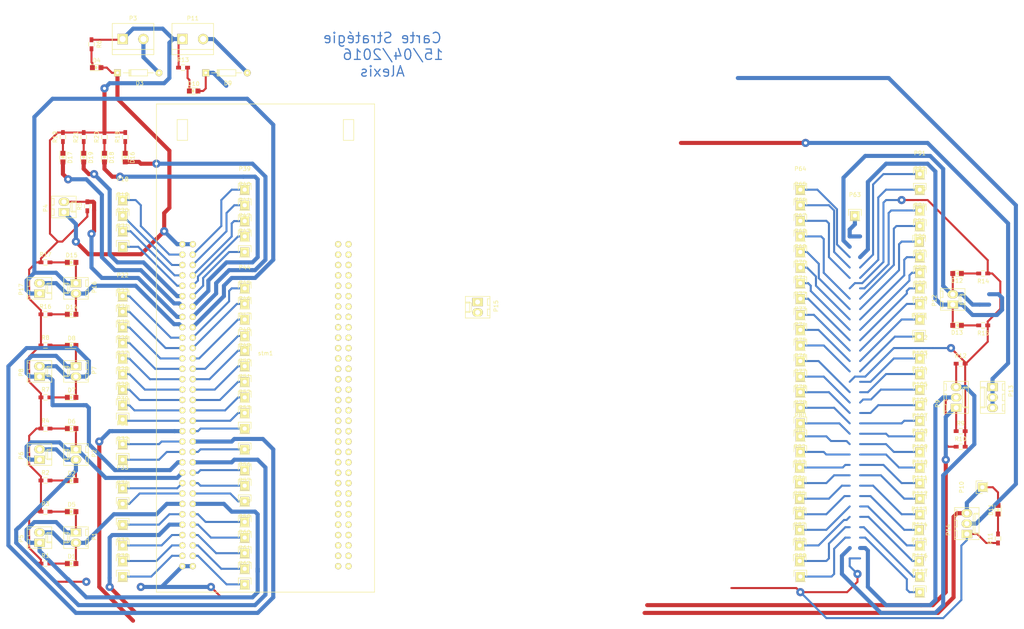
<source format=kicad_pcb>
(kicad_pcb (version 4) (host pcbnew 4.0.1-stable)
  (layers (0 F.Cu signal) (31 B.Cu signal) (34 B.Paste user) (35 F.Paste user) (36 B.SilkS user) (37 F.SilkS user) (38 B.Mask user) (39 F.Mask user) (44 Edge.Cuts user))
  (net 0 "")
  (net 1 USART1_RX)
  (net 2 "Net-(D1-Pad1)")
  (net 3 UART4_RX)
  (net 4 "Net-(D2-Pad1)")
  (net 5 "Net-(D3-Pad2)")
  (net 6 +5V)
  (net 7 "Net-(D4-Pad1)")
  (net 8 USART1_TX)
  (net 9 "Net-(D5-Pad1)")
  (net 10 UART4_TX)
  (net 11 "Net-(D6-Pad1)")
  (net 12 UART5_RX)
  (net 13 "Net-(D7-Pad1)")
  (net 14 UART5_TX)
  (net 15 "Net-(D8-Pad1)")
  (net 16 "Net-(D9-Pad2)")
  (net 17 +BATT)
  (net 18 "Net-(D10-Pad1)")
  (net 19 USART2_TX)
  (net 20 "Net-(D11-Pad1)")
  (net 21 UART7_RX)
  (net 22 "Net-(D12-Pad1)")
  (net 23 UART7_TX)
  (net 24 "Net-(D13-Pad1)")
  (net 25 UART8_RX)
  (net 26 "Net-(D14-Pad1)")
  (net 27 UART8_TX)
  (net 28 "Net-(D15-Pad1)")
  (net 29 LED_1)
  (net 30 "Net-(D16-Pad1)")
  (net 31 LED_2)
  (net 32 "Net-(D17-Pad1)")
  (net 33 LED_3)
  (net 34 "Net-(D18-Pad1)")
  (net 35 LED_4)
  (net 36 "Net-(D19-Pad1)")
  (net 37 GND)
  (net 38 START)
  (net 39 SWITCH_0)
  (net 40 SWITCH_1)
  (net 41 SWITCH_2)
  (net 42 "Net-(P18-Pad1)")
  (net 43 "Net-(P19-Pad1)")
  (net 44 "Net-(P20-Pad1)")
  (net 45 "Net-(P21-Pad1)")
  (net 46 "Net-(P22-Pad1)")
  (net 47 "Net-(P23-Pad1)")
  (net 48 "Net-(P24-Pad1)")
  (net 49 "Net-(P25-Pad1)")
  (net 50 "Net-(P26-Pad1)")
  (net 51 "Net-(P27-Pad1)")
  (net 52 "Net-(P28-Pad1)")
  (net 53 "Net-(P29-Pad1)")
  (net 54 "Net-(P30-Pad1)")
  (net 55 "Net-(P31-Pad1)")
  (net 56 "Net-(P32-Pad1)")
  (net 57 "Net-(P33-Pad1)")
  (net 58 "Net-(P34-Pad1)")
  (net 59 "Net-(P35-Pad1)")
  (net 60 "Net-(P36-Pad1)")
  (net 61 "Net-(P37-Pad1)")
  (net 62 "Net-(P38-Pad1)")
  (net 63 "Net-(P39-Pad1)")
  (net 64 "Net-(P40-Pad1)")
  (net 65 "Net-(P41-Pad1)")
  (net 66 "Net-(P42-Pad1)")
  (net 67 "Net-(P43-Pad1)")
  (net 68 "Net-(P44-Pad1)")
  (net 69 "Net-(P45-Pad1)")
  (net 70 "Net-(P46-Pad1)")
  (net 71 "Net-(P47-Pad1)")
  (net 72 "Net-(P48-Pad1)")
  (net 73 "Net-(P49-Pad1)")
  (net 74 "Net-(P50-Pad1)")
  (net 75 "Net-(P51-Pad1)")
  (net 76 "Net-(P52-Pad1)")
  (net 77 "Net-(P53-Pad1)")
  (net 78 "Net-(P54-Pad1)")
  (net 79 "Net-(P55-Pad1)")
  (net 80 "Net-(P56-Pad1)")
  (net 81 "Net-(P57-Pad1)")
  (net 82 "Net-(P58-Pad1)")
  (net 83 "Net-(P59-Pad1)")
  (net 84 "Net-(P60-Pad1)")
  (net 85 "Net-(P61-Pad1)")
  (net 86 "Net-(P62-Pad1)")
  (net 87 "Net-(P63-Pad1)")
  (net 88 "Net-(P64-Pad1)")
  (net 89 "Net-(P65-Pad1)")
  (net 90 "Net-(P66-Pad1)")
  (net 91 "Net-(P67-Pad1)")
  (net 92 "Net-(P68-Pad1)")
  (net 93 "Net-(P69-Pad1)")
  (net 94 "Net-(P70-Pad1)")
  (net 95 "Net-(P71-Pad1)")
  (net 96 "Net-(P72-Pad1)")
  (net 97 "Net-(P73-Pad1)")
  (net 98 "Net-(P74-Pad1)")
  (net 99 "Net-(P75-Pad1)")
  (net 100 "Net-(P76-Pad1)")
  (net 101 "Net-(P77-Pad1)")
  (net 102 "Net-(P78-Pad1)")
  (net 103 "Net-(P79-Pad1)")
  (net 104 "Net-(P80-Pad1)")
  (net 105 "Net-(P81-Pad1)")
  (net 106 "Net-(P82-Pad1)")
  (net 107 "Net-(P83-Pad1)")
  (net 108 "Net-(P84-Pad1)")
  (net 109 "Net-(P85-Pad1)")
  (net 110 "Net-(P86-Pad1)")
  (net 111 "Net-(P87-Pad1)")
  (net 112 "Net-(P88-Pad1)")
  (net 113 "Net-(P89-Pad1)")
  (net 114 "Net-(P91-Pad1)")
  (net 115 "Net-(P92-Pad1)")
  (net 116 "Net-(P93-Pad1)")
  (net 117 "Net-(P94-Pad1)")
  (net 118 "Net-(P95-Pad1)")
  (net 119 "Net-(P96-Pad1)")
  (net 120 "Net-(P97-Pad1)")
  (net 121 "Net-(P98-Pad1)")
  (net 122 "Net-(P99-Pad1)")
  (net 123 "Net-(P100-Pad1)")
  (net 124 "Net-(P101-Pad1)")
  (net 125 "Net-(P102-Pad1)")
  (net 126 "Net-(P103-Pad1)")
  (net 127 "Net-(P104-Pad1)")
  (net 128 "Net-(P105-Pad1)")
  (net 129 "Net-(P106-Pad1)")
  (net 130 "Net-(P107-Pad1)")
  (net 131 "Net-(P108-Pad1)")
  (net 132 "Net-(P109-Pad1)")
  (net 133 "Net-(P110-Pad1)")
  (net 134 "Net-(P111-Pad1)")
  (net 135 "Net-(P112-Pad1)")
  (net 136 "Net-(P113-Pad1)")
  (net 137 "Net-(P114-Pad1)")
  (net 138 "Net-(P115-Pad1)")
  (net 139 "Net-(P116-Pad1)")
  (net 140 "Net-(P117-Pad1)")
  (net 141 "Net-(stm1-Pad68)")
  (module stm32:stm32f429i-disco (layer F.Cu) (at 188.595 103.505)
    (fp_text reference stm1 (at 0 1.27) (layer F.SilkS))
    (fp_text value STM32F429i-Discovery)
    (pad 1 thru_hole circle (at -20.32 -25.4) (size 1.524 1.524) (drill 0.762) (layers *.Cu *.Mask F.SilkS) (net 6 +5V))
    (pad 2 thru_hole circle (at -17.78 -25.4) (size 1.524 1.524) (drill 0.762) (layers *.Cu *.Mask F.SilkS) (net 6 +5V))
    (pad 3 thru_hole circle (at -20.32 -22.86) (size 1.524 1.524) (drill 0.762) (layers *.Cu *.Mask F.SilkS) (net 42 "Net-(P18-Pad1)"))
    (pad 4 thru_hole circle (at -17.78 -22.86) (size 1.524 1.524) (drill 0.762) (layers *.Cu *.Mask F.SilkS) (net 63 "Net-(P39-Pad1)"))
    (pad 5 thru_hole circle (at -20.32 -20.32) (size 1.524 1.524) (drill 0.762) (layers *.Cu *.Mask F.SilkS) (net 43 "Net-(P19-Pad1)"))
    (pad 6 thru_hole circle (at -17.78 -20.32) (size 1.524 1.524) (drill 0.762) (layers *.Cu *.Mask F.SilkS) (net 64 "Net-(P40-Pad1)"))
    (pad 7 thru_hole circle (at -20.32 -17.78) (size 1.524 1.524) (drill 0.762) (layers *.Cu *.Mask F.SilkS) (net 44 "Net-(P20-Pad1)"))
    (pad 8 thru_hole circle (at -17.78 -17.78) (size 1.524 1.524) (drill 0.762) (layers *.Cu *.Mask F.SilkS) (net 65 "Net-(P41-Pad1)"))
    (pad 9 thru_hole circle (at -20.32 -15.24) (size 1.524 1.524) (drill 0.762) (layers *.Cu *.Mask F.SilkS) (net 45 "Net-(P21-Pad1)"))
    (pad 10 thru_hole circle (at -17.78 -15.24) (size 1.524 1.524) (drill 0.762) (layers *.Cu *.Mask F.SilkS) (net 66 "Net-(P42-Pad1)"))
    (pad 11 thru_hole circle (at -20.32 -12.7) (size 1.524 1.524) (drill 0.762) (layers *.Cu *.Mask F.SilkS) (net 35 LED_4))
    (pad 12 thru_hole circle (at -17.78 -12.7) (size 1.524 1.524) (drill 0.762) (layers *.Cu *.Mask F.SilkS) (net 67 "Net-(P43-Pad1)"))
    (pad 13 thru_hole circle (at -20.32 -10.16) (size 1.524 1.524) (drill 0.762) (layers *.Cu *.Mask F.SilkS) (net 31 LED_2))
    (pad 14 thru_hole circle (at -17.78 -10.16) (size 1.524 1.524) (drill 0.762) (layers *.Cu *.Mask F.SilkS) (net 33 LED_3))
    (pad 15 thru_hole circle (at -20.32 -7.62) (size 1.524 1.524) (drill 0.762) (layers *.Cu *.Mask F.SilkS) (net 38 START))
    (pad 16 thru_hole circle (at -17.78 -7.62) (size 1.524 1.524) (drill 0.762) (layers *.Cu *.Mask F.SilkS) (net 29 LED_1))
    (pad 17 thru_hole circle (at -20.32 -5.08) (size 1.524 1.524) (drill 0.762) (layers *.Cu *.Mask F.SilkS) (net 25 UART8_RX))
    (pad 18 thru_hole circle (at -17.78 -5.08) (size 1.524 1.524) (drill 0.762) (layers *.Cu *.Mask F.SilkS) (net 27 UART8_TX))
    (pad 19 thru_hole circle (at -20.32 -2.54) (size 1.524 1.524) (drill 0.762) (layers *.Cu *.Mask F.SilkS) (net 46 "Net-(P22-Pad1)"))
    (pad 20 thru_hole circle (at -17.78 -2.54) (size 1.524 1.524) (drill 0.762) (layers *.Cu *.Mask F.SilkS) (net 68 "Net-(P44-Pad1)"))
    (pad 21 thru_hole circle (at -20.32 0) (size 1.524 1.524) (drill 0.762) (layers *.Cu *.Mask F.SilkS) (net 47 "Net-(P23-Pad1)"))
    (pad 22 thru_hole circle (at -17.78 0) (size 1.524 1.524) (drill 0.762) (layers *.Cu *.Mask F.SilkS) (net 69 "Net-(P45-Pad1)"))
    (pad 23 thru_hole circle (at -20.32 2.54) (size 1.524 1.524) (drill 0.762) (layers *.Cu *.Mask F.SilkS) (net 48 "Net-(P24-Pad1)"))
    (pad 24 thru_hole circle (at -17.78 2.54) (size 1.524 1.524) (drill 0.762) (layers *.Cu *.Mask F.SilkS) (net 70 "Net-(P46-Pad1)"))
    (pad 25 thru_hole circle (at -20.32 5.08) (size 1.524 1.524) (drill 0.762) (layers *.Cu *.Mask F.SilkS) (net 49 "Net-(P25-Pad1)"))
    (pad 26 thru_hole circle (at -17.78 5.08) (size 1.524 1.524) (drill 0.762) (layers *.Cu *.Mask F.SilkS) (net 71 "Net-(P47-Pad1)"))
    (pad 27 thru_hole circle (at -20.32 7.62) (size 1.524 1.524) (drill 0.762) (layers *.Cu *.Mask F.SilkS) (net 50 "Net-(P26-Pad1)"))
    (pad 28 thru_hole circle (at -17.78 7.62) (size 1.524 1.524) (drill 0.762) (layers *.Cu *.Mask F.SilkS) (net 72 "Net-(P48-Pad1)"))
    (pad 29 thru_hole circle (at -20.32 10.16) (size 1.524 1.524) (drill 0.762) (layers *.Cu *.Mask F.SilkS) (net 51 "Net-(P27-Pad1)"))
    (pad 30 thru_hole circle (at -17.78 10.16) (size 1.524 1.524) (drill 0.762) (layers *.Cu *.Mask F.SilkS) (net 73 "Net-(P49-Pad1)"))
    (pad 31 thru_hole circle (at -20.32 12.7) (size 1.524 1.524) (drill 0.762) (layers *.Cu *.Mask F.SilkS) (net 52 "Net-(P28-Pad1)"))
    (pad 32 thru_hole circle (at -17.78 12.7) (size 1.524 1.524) (drill 0.762) (layers *.Cu *.Mask F.SilkS) (net 74 "Net-(P50-Pad1)"))
    (pad 33 thru_hole circle (at -20.32 15.24) (size 1.524 1.524) (drill 0.762) (layers *.Cu *.Mask F.SilkS) (net 53 "Net-(P29-Pad1)"))
    (pad 34 thru_hole circle (at -17.78 15.24) (size 1.524 1.524) (drill 0.762) (layers *.Cu *.Mask F.SilkS) (net 75 "Net-(P51-Pad1)"))
    (pad 35 thru_hole circle (at -20.32 17.78) (size 1.524 1.524) (drill 0.762) (layers *.Cu *.Mask F.SilkS) (net 54 "Net-(P30-Pad1)"))
    (pad 36 thru_hole circle (at -17.78 17.78) (size 1.524 1.524) (drill 0.762) (layers *.Cu *.Mask F.SilkS) (net 76 "Net-(P52-Pad1)"))
    (pad 37 thru_hole circle (at -20.32 20.32) (size 1.524 1.524) (drill 0.762) (layers *.Cu *.Mask F.SilkS) (net 19 USART2_TX))
    (pad 38 thru_hole circle (at -17.78 20.32) (size 1.524 1.524) (drill 0.762) (layers *.Cu *.Mask F.SilkS) (net 77 "Net-(P53-Pad1)"))
    (pad 39 thru_hole circle (at -20.32 22.86) (size 1.524 1.524) (drill 0.762) (layers *.Cu *.Mask F.SilkS) (net 55 "Net-(P31-Pad1)"))
    (pad 40 thru_hole circle (at -17.78 22.86) (size 1.524 1.524) (drill 0.762) (layers *.Cu *.Mask F.SilkS) (net 12 UART5_RX))
    (pad 41 thru_hole circle (at -20.32 25.4) (size 1.524 1.524) (drill 0.762) (layers *.Cu *.Mask F.SilkS) (net 56 "Net-(P32-Pad1)"))
    (pad 42 thru_hole circle (at -17.78 25.4) (size 1.524 1.524) (drill 0.762) (layers *.Cu *.Mask F.SilkS) (net 78 "Net-(P54-Pad1)"))
    (pad 43 thru_hole circle (at -20.32 27.94) (size 1.524 1.524) (drill 0.762) (layers *.Cu *.Mask F.SilkS) (net 14 UART5_TX))
    (pad 44 thru_hole circle (at -17.78 27.94) (size 1.524 1.524) (drill 0.762) (layers *.Cu *.Mask F.SilkS) (net 3 UART4_RX))
    (pad 45 thru_hole circle (at -20.32 30.48) (size 1.524 1.524) (drill 0.762) (layers *.Cu *.Mask F.SilkS) (net 10 UART4_TX))
    (pad 46 thru_hole circle (at -17.78 30.48) (size 1.524 1.524) (drill 0.762) (layers *.Cu *.Mask F.SilkS) (net 79 "Net-(P55-Pad1)"))
    (pad 47 thru_hole circle (at -20.32 33.02) (size 1.524 1.524) (drill 0.762) (layers *.Cu *.Mask F.SilkS) (net 57 "Net-(P33-Pad1)"))
    (pad 48 thru_hole circle (at -17.78 33.02) (size 1.524 1.524) (drill 0.762) (layers *.Cu *.Mask F.SilkS) (net 80 "Net-(P56-Pad1)"))
    (pad 49 thru_hole circle (at -20.32 35.56) (size 1.524 1.524) (drill 0.762) (layers *.Cu *.Mask F.SilkS) (net 58 "Net-(P34-Pad1)"))
    (pad 50 thru_hole circle (at -17.78 35.56) (size 1.524 1.524) (drill 0.762) (layers *.Cu *.Mask F.SilkS) (net 81 "Net-(P57-Pad1)"))
    (pad 51 thru_hole circle (at -20.32 38.1) (size 1.524 1.524) (drill 0.762) (layers *.Cu *.Mask F.SilkS) (net 1 USART1_RX))
    (pad 52 thru_hole circle (at -17.78 38.1) (size 1.524 1.524) (drill 0.762) (layers *.Cu *.Mask F.SilkS) (net 8 USART1_TX))
    (pad 53 thru_hole circle (at -20.32 40.64) (size 1.524 1.524) (drill 0.762) (layers *.Cu *.Mask F.SilkS) (net 59 "Net-(P35-Pad1)"))
    (pad 54 thru_hole circle (at -17.78 40.64) (size 1.524 1.524) (drill 0.762) (layers *.Cu *.Mask F.SilkS) (net 82 "Net-(P58-Pad1)"))
    (pad 55 thru_hole circle (at -20.32 43.18) (size 1.524 1.524) (drill 0.762) (layers *.Cu *.Mask F.SilkS) (net 39 SWITCH_0))
    (pad 56 thru_hole circle (at -17.78 43.18) (size 1.524 1.524) (drill 0.762) (layers *.Cu *.Mask F.SilkS) (net 83 "Net-(P59-Pad1)"))
    (pad 57 thru_hole circle (at -20.32 45.72) (size 1.524 1.524) (drill 0.762) (layers *.Cu *.Mask F.SilkS) (net 60 "Net-(P36-Pad1)"))
    (pad 58 thru_hole circle (at -17.78 45.72) (size 1.524 1.524) (drill 0.762) (layers *.Cu *.Mask F.SilkS) (net 84 "Net-(P60-Pad1)"))
    (pad 59 thru_hole circle (at -20.32 48.26) (size 1.524 1.524) (drill 0.762) (layers *.Cu *.Mask F.SilkS) (net 61 "Net-(P37-Pad1)"))
    (pad 60 thru_hole circle (at -17.78 48.26) (size 1.524 1.524) (drill 0.762) (layers *.Cu *.Mask F.SilkS) (net 85 "Net-(P61-Pad1)"))
    (pad 61 thru_hole circle (at -20.32 50.8) (size 1.524 1.524) (drill 0.762) (layers *.Cu *.Mask F.SilkS) (net 62 "Net-(P38-Pad1)"))
    (pad 62 thru_hole circle (at -17.78 50.8) (size 1.524 1.524) (drill 0.762) (layers *.Cu *.Mask F.SilkS) (net 86 "Net-(P62-Pad1)"))
    (pad 63 thru_hole circle (at -20.32 53.34) (size 1.524 1.524) (drill 0.762) (layers *.Cu *.Mask F.SilkS) (net 37 GND))
    (pad 64 thru_hole circle (at -17.78 53.34) (size 1.524 1.524) (drill 0.762) (layers *.Cu *.Mask F.SilkS) (net 37 GND))
    (pad 65 thru_hole circle (at 17.78 -25.4) (size 1.524 1.524) (drill 0.762) (layers *.Cu *.Mask F.SilkS) (net 87 "Net-(P63-Pad1)"))
    (pad 66 thru_hole circle (at 20.32 -25.4) (size 1.524 1.524) (drill 0.762) (layers *.Cu *.Mask F.SilkS) (net 87 "Net-(P63-Pad1)"))
    (pad 67 thru_hole circle (at 17.78 -22.86) (size 1.524 1.524) (drill 0.762) (layers *.Cu *.Mask F.SilkS) (net 21 UART7_RX))
    (pad 68 thru_hole circle (at 20.32 -22.86) (size 1.524 1.524) (drill 0.762) (layers *.Cu *.Mask F.SilkS) (net 141 "Net-(stm1-Pad68)"))
    (pad 69 thru_hole circle (at 17.78 -20.32) (size 1.524 1.524) (drill 0.762) (layers *.Cu *.Mask F.SilkS) (net 88 "Net-(P64-Pad1)"))
    (pad 70 thru_hole circle (at 20.32 -20.32) (size 1.524 1.524) (drill 0.762) (layers *.Cu *.Mask F.SilkS) (net 23 UART7_TX))
    (pad 71 thru_hole circle (at 17.78 -17.78) (size 1.524 1.524) (drill 0.762) (layers *.Cu *.Mask F.SilkS) (net 89 "Net-(P65-Pad1)"))
    (pad 72 thru_hole circle (at 20.32 -17.78) (size 1.524 1.524) (drill 0.762) (layers *.Cu *.Mask F.SilkS) (net 114 "Net-(P91-Pad1)"))
    (pad 73 thru_hole circle (at 17.78 -15.24) (size 1.524 1.524) (drill 0.762) (layers *.Cu *.Mask F.SilkS) (net 90 "Net-(P66-Pad1)"))
    (pad 74 thru_hole circle (at 20.32 -15.24) (size 1.524 1.524) (drill 0.762) (layers *.Cu *.Mask F.SilkS) (net 115 "Net-(P92-Pad1)"))
    (pad 75 thru_hole circle (at 17.78 -12.7) (size 1.524 1.524) (drill 0.762) (layers *.Cu *.Mask F.SilkS) (net 37 GND))
    (pad 76 thru_hole circle (at 20.32 -12.7) (size 1.524 1.524) (drill 0.762) (layers *.Cu *.Mask F.SilkS) (net 116 "Net-(P93-Pad1)"))
    (pad 77 thru_hole circle (at 17.78 -10.16) (size 1.524 1.524) (drill 0.762) (layers *.Cu *.Mask F.SilkS) (net 91 "Net-(P67-Pad1)"))
    (pad 78 thru_hole circle (at 20.32 -10.16) (size 1.524 1.524) (drill 0.762) (layers *.Cu *.Mask F.SilkS) (net 117 "Net-(P94-Pad1)"))
    (pad 79 thru_hole circle (at 17.78 -7.62) (size 1.524 1.524) (drill 0.762) (layers *.Cu *.Mask F.SilkS) (net 92 "Net-(P68-Pad1)"))
    (pad 80 thru_hole circle (at 20.32 -7.62) (size 1.524 1.524) (drill 0.762) (layers *.Cu *.Mask F.SilkS) (net 118 "Net-(P95-Pad1)"))
    (pad 81 thru_hole circle (at 17.78 -5.08) (size 1.524 1.524) (drill 0.762) (layers *.Cu *.Mask F.SilkS) (net 93 "Net-(P69-Pad1)"))
    (pad 82 thru_hole circle (at 20.32 -5.08) (size 1.524 1.524) (drill 0.762) (layers *.Cu *.Mask F.SilkS) (net 119 "Net-(P96-Pad1)"))
    (pad 83 thru_hole circle (at 17.78 -2.54) (size 1.524 1.524) (drill 0.762) (layers *.Cu *.Mask F.SilkS) (net 94 "Net-(P70-Pad1)"))
    (pad 84 thru_hole circle (at 20.32 -2.54) (size 1.524 1.524) (drill 0.762) (layers *.Cu *.Mask F.SilkS) (net 120 "Net-(P97-Pad1)"))
    (pad 85 thru_hole circle (at 17.78 0) (size 1.524 1.524) (drill 0.762) (layers *.Cu *.Mask F.SilkS) (net 95 "Net-(P71-Pad1)"))
    (pad 86 thru_hole circle (at 20.32 0) (size 1.524 1.524) (drill 0.762) (layers *.Cu *.Mask F.SilkS) (net 121 "Net-(P98-Pad1)"))
    (pad 87 thru_hole circle (at 17.78 2.54) (size 1.524 1.524) (drill 0.762) (layers *.Cu *.Mask F.SilkS) (net 96 "Net-(P72-Pad1)"))
    (pad 88 thru_hole circle (at 20.32 2.54) (size 1.524 1.524) (drill 0.762) (layers *.Cu *.Mask F.SilkS) (net 122 "Net-(P99-Pad1)"))
    (pad 89 thru_hole circle (at 17.78 5.08) (size 1.524 1.524) (drill 0.762) (layers *.Cu *.Mask F.SilkS) (net 97 "Net-(P73-Pad1)"))
    (pad 90 thru_hole circle (at 20.32 5.08) (size 1.524 1.524) (drill 0.762) (layers *.Cu *.Mask F.SilkS) (net 123 "Net-(P100-Pad1)"))
    (pad 91 thru_hole circle (at 17.78 7.62) (size 1.524 1.524) (drill 0.762) (layers *.Cu *.Mask F.SilkS) (net 98 "Net-(P74-Pad1)"))
    (pad 92 thru_hole circle (at 20.32 7.62) (size 1.524 1.524) (drill 0.762) (layers *.Cu *.Mask F.SilkS) (net 124 "Net-(P101-Pad1)"))
    (pad 93 thru_hole circle (at 17.78 10.16) (size 1.524 1.524) (drill 0.762) (layers *.Cu *.Mask F.SilkS) (net 37 GND))
    (pad 94 thru_hole circle (at 20.32 10.16) (size 1.524 1.524) (drill 0.762) (layers *.Cu *.Mask F.SilkS) (net 125 "Net-(P102-Pad1)"))
    (pad 95 thru_hole circle (at 17.78 12.7) (size 1.524 1.524) (drill 0.762) (layers *.Cu *.Mask F.SilkS) (net 99 "Net-(P75-Pad1)"))
    (pad 96 thru_hole circle (at 20.32 12.7) (size 1.524 1.524) (drill 0.762) (layers *.Cu *.Mask F.SilkS) (net 126 "Net-(P103-Pad1)"))
    (pad 97 thru_hole circle (at 17.78 15.24) (size 1.524 1.524) (drill 0.762) (layers *.Cu *.Mask F.SilkS) (net 100 "Net-(P76-Pad1)"))
    (pad 98 thru_hole circle (at 20.32 15.24) (size 1.524 1.524) (drill 0.762) (layers *.Cu *.Mask F.SilkS) (net 127 "Net-(P104-Pad1)"))
    (pad 99 thru_hole circle (at 17.78 17.78) (size 1.524 1.524) (drill 0.762) (layers *.Cu *.Mask F.SilkS) (net 101 "Net-(P77-Pad1)"))
    (pad 100 thru_hole circle (at 20.32 17.78) (size 1.524 1.524) (drill 0.762) (layers *.Cu *.Mask F.SilkS) (net 128 "Net-(P105-Pad1)"))
    (pad 101 thru_hole circle (at 17.78 20.32) (size 1.524 1.524) (drill 0.762) (layers *.Cu *.Mask F.SilkS) (net 102 "Net-(P78-Pad1)"))
    (pad 102 thru_hole circle (at 20.32 20.32) (size 1.524 1.524) (drill 0.762) (layers *.Cu *.Mask F.SilkS) (net 129 "Net-(P106-Pad1)"))
    (pad 103 thru_hole circle (at 17.78 22.86) (size 1.524 1.524) (drill 0.762) (layers *.Cu *.Mask F.SilkS) (net 103 "Net-(P79-Pad1)"))
    (pad 104 thru_hole circle (at 20.32 22.86) (size 1.524 1.524) (drill 0.762) (layers *.Cu *.Mask F.SilkS) (net 130 "Net-(P107-Pad1)"))
    (pad 105 thru_hole circle (at 17.78 25.4) (size 1.524 1.524) (drill 0.762) (layers *.Cu *.Mask F.SilkS) (net 104 "Net-(P80-Pad1)"))
    (pad 106 thru_hole circle (at 20.32 25.4) (size 1.524 1.524) (drill 0.762) (layers *.Cu *.Mask F.SilkS) (net 131 "Net-(P108-Pad1)"))
    (pad 107 thru_hole circle (at 17.78 27.94) (size 1.524 1.524) (drill 0.762) (layers *.Cu *.Mask F.SilkS) (net 105 "Net-(P81-Pad1)"))
    (pad 108 thru_hole circle (at 20.32 27.94) (size 1.524 1.524) (drill 0.762) (layers *.Cu *.Mask F.SilkS) (net 132 "Net-(P109-Pad1)"))
    (pad 109 thru_hole circle (at 17.78 30.48) (size 1.524 1.524) (drill 0.762) (layers *.Cu *.Mask F.SilkS) (net 106 "Net-(P82-Pad1)"))
    (pad 110 thru_hole circle (at 20.32 30.48) (size 1.524 1.524) (drill 0.762) (layers *.Cu *.Mask F.SilkS) (net 133 "Net-(P110-Pad1)"))
    (pad 111 thru_hole circle (at 17.78 33.02) (size 1.524 1.524) (drill 0.762) (layers *.Cu *.Mask F.SilkS) (net 107 "Net-(P83-Pad1)"))
    (pad 112 thru_hole circle (at 20.32 33.02) (size 1.524 1.524) (drill 0.762) (layers *.Cu *.Mask F.SilkS) (net 134 "Net-(P111-Pad1)"))
    (pad 113 thru_hole circle (at 17.78 35.56) (size 1.524 1.524) (drill 0.762) (layers *.Cu *.Mask F.SilkS) (net 108 "Net-(P84-Pad1)"))
    (pad 114 thru_hole circle (at 20.32 35.56) (size 1.524 1.524) (drill 0.762) (layers *.Cu *.Mask F.SilkS) (net 135 "Net-(P112-Pad1)"))
    (pad 115 thru_hole circle (at 17.78 38.1) (size 1.524 1.524) (drill 0.762) (layers *.Cu *.Mask F.SilkS) (net 109 "Net-(P85-Pad1)"))
    (pad 116 thru_hole circle (at 20.32 38.1) (size 1.524 1.524) (drill 0.762) (layers *.Cu *.Mask F.SilkS) (net 136 "Net-(P113-Pad1)"))
    (pad 117 thru_hole circle (at 17.78 40.64) (size 1.524 1.524) (drill 0.762) (layers *.Cu *.Mask F.SilkS) (net 110 "Net-(P86-Pad1)"))
    (pad 118 thru_hole circle (at 20.32 40.64) (size 1.524 1.524) (drill 0.762) (layers *.Cu *.Mask F.SilkS) (net 137 "Net-(P114-Pad1)"))
    (pad 119 thru_hole circle (at 17.78 43.18) (size 1.524 1.524) (drill 0.762) (layers *.Cu *.Mask F.SilkS) (net 111 "Net-(P87-Pad1)"))
    (pad 120 thru_hole circle (at 20.32 43.18) (size 1.524 1.524) (drill 0.762) (layers *.Cu *.Mask F.SilkS) (net 138 "Net-(P115-Pad1)"))
    (pad 121 thru_hole circle (at 17.78 45.72) (size 1.524 1.524) (drill 0.762) (layers *.Cu *.Mask F.SilkS) (net 112 "Net-(P88-Pad1)"))
    (pad 122 thru_hole circle (at 20.32 45.72) (size 1.524 1.524) (drill 0.762) (layers *.Cu *.Mask F.SilkS) (net 139 "Net-(P116-Pad1)"))
    (pad 123 thru_hole circle (at 17.78 48.26) (size 1.524 1.524) (drill 0.762) (layers *.Cu *.Mask F.SilkS) (net 113 "Net-(P89-Pad1)"))
    (pad 124 thru_hole circle (at 20.32 48.26) (size 1.524 1.524) (drill 0.762) (layers *.Cu *.Mask F.SilkS) (net 140 "Net-(P117-Pad1)"))
    (pad 125 thru_hole circle (at 17.78 50.8) (size 1.524 1.524) (drill 0.762) (layers *.Cu *.Mask F.SilkS) (net 41 SWITCH_2))
    (pad 126 thru_hole circle (at 20.32 50.8) (size 1.524 1.524) (drill 0.762) (layers *.Cu *.Mask F.SilkS) (net 40 SWITCH_1))
    (pad 127 thru_hole circle (at 17.78 53.34) (size 1.524 1.524) (drill 0.762) (layers *.Cu *.Mask F.SilkS) (net 37 GND))
    (pad 128 thru_hole circle (at 20.32 53.34) (size 1.524 1.524) (drill 0.762) (layers *.Cu *.Mask F.SilkS) (net 37 GND))
  )
  (module Pin_Headers:Pin_Header_Straight_1x01 (layer F.Cu) (at 348.615 163.195)
    (fp_text reference P117 (at 0 -5.1) (layer F.SilkS))
    (fp_text value CONN_01X01)
    (pad 1 thru_hole rect (at 0 0) (size 2.2352 2.2352) (drill 1.016) (layers *.Cu *.Mask F.SilkS) (net 140 "Net-(P117-Pad1)"))
  )
  (module Pin_Headers:Pin_Header_Straight_1x01 (layer F.Cu) (at 348.615 159.385)
    (fp_text reference P116 (at 0 -5.1) (layer F.SilkS))
    (fp_text value CONN_01X01)
    (pad 1 thru_hole rect (at 0 0) (size 2.2352 2.2352) (drill 1.016) (layers *.Cu *.Mask F.SilkS) (net 139 "Net-(P116-Pad1)"))
  )
  (module Pin_Headers:Pin_Header_Straight_1x01 (layer F.Cu) (at 348.455 155.575)
    (fp_text reference P115 (at 0 -5.1) (layer F.SilkS))
    (fp_text value CONN_01X01)
    (pad 1 thru_hole rect (at 0 0) (size 2.2352 2.2352) (drill 1.016) (layers *.Cu *.Mask F.SilkS) (net 138 "Net-(P115-Pad1)"))
  )
  (module Pin_Headers:Pin_Header_Straight_1x01 (layer F.Cu) (at 348.615 151.765)
    (fp_text reference P114 (at 0 -5.1) (layer F.SilkS))
    (fp_text value CONN_01X01)
    (pad 1 thru_hole rect (at 0 0) (size 2.2352 2.2352) (drill 1.016) (layers *.Cu *.Mask F.SilkS) (net 137 "Net-(P114-Pad1)"))
  )
  (module Pin_Headers:Pin_Header_Straight_1x01 (layer F.Cu) (at 348.455 147.955)
    (fp_text reference P113 (at 0 -5.1) (layer F.SilkS))
    (fp_text value CONN_01X01)
    (pad 1 thru_hole rect (at 0 0) (size 2.2352 2.2352) (drill 1.016) (layers *.Cu *.Mask F.SilkS) (net 136 "Net-(P113-Pad1)"))
  )
  (module Pin_Headers:Pin_Header_Straight_1x01 (layer F.Cu) (at 348.615 144.145)
    (fp_text reference P112 (at 0 -5.1) (layer F.SilkS))
    (fp_text value CONN_01X01)
    (pad 1 thru_hole rect (at 0 0) (size 2.2352 2.2352) (drill 1.016) (layers *.Cu *.Mask F.SilkS) (net 135 "Net-(P112-Pad1)"))
  )
  (module Pin_Headers:Pin_Header_Straight_1x01 (layer F.Cu) (at 348.615 140.335)
    (fp_text reference P111 (at 0 -5.1) (layer F.SilkS))
    (fp_text value CONN_01X01)
    (pad 1 thru_hole rect (at 0 0) (size 2.2352 2.2352) (drill 1.016) (layers *.Cu *.Mask F.SilkS) (net 134 "Net-(P111-Pad1)"))
  )
  (module Pin_Headers:Pin_Header_Straight_1x01 (layer F.Cu) (at 348.615 136.525)
    (fp_text reference P110 (at 0 -5.1) (layer F.SilkS))
    (fp_text value CONN_01X01)
    (pad 1 thru_hole rect (at 0 0) (size 2.2352 2.2352) (drill 1.016) (layers *.Cu *.Mask F.SilkS) (net 133 "Net-(P110-Pad1)"))
  )
  (module Pin_Headers:Pin_Header_Straight_1x01 (layer F.Cu) (at 348.615 132.715)
    (fp_text reference P109 (at 0 -5.1) (layer F.SilkS))
    (fp_text value CONN_01X01)
    (pad 1 thru_hole rect (at 0 0) (size 2.2352 2.2352) (drill 1.016) (layers *.Cu *.Mask F.SilkS) (net 132 "Net-(P109-Pad1)"))
  )
  (module Pin_Headers:Pin_Header_Straight_1x01 (layer F.Cu) (at 348.615 128.905)
    (fp_text reference P108 (at 0 -5.1) (layer F.SilkS))
    (fp_text value CONN_01X01)
    (pad 1 thru_hole rect (at 0 0) (size 2.2352 2.2352) (drill 1.016) (layers *.Cu *.Mask F.SilkS) (net 131 "Net-(P108-Pad1)"))
  )
  (module Pin_Headers:Pin_Header_Straight_1x01 (layer F.Cu) (at 348.615 125.095)
    (fp_text reference P107 (at 0 -5.1) (layer F.SilkS))
    (fp_text value CONN_01X01)
    (pad 1 thru_hole rect (at 0 0) (size 2.2352 2.2352) (drill 1.016) (layers *.Cu *.Mask F.SilkS) (net 130 "Net-(P107-Pad1)"))
  )
  (module Pin_Headers:Pin_Header_Straight_1x01 (layer F.Cu) (at 348.615 121.285)
    (fp_text reference P106 (at 0 -5.1) (layer F.SilkS))
    (fp_text value CONN_01X01)
    (pad 1 thru_hole rect (at 0 0) (size 2.2352 2.2352) (drill 1.016) (layers *.Cu *.Mask F.SilkS) (net 129 "Net-(P106-Pad1)"))
  )
  (module Pin_Headers:Pin_Header_Straight_1x01 (layer F.Cu) (at 348.615 117.475)
    (fp_text reference P105 (at 0 -5.1) (layer F.SilkS))
    (fp_text value CONN_01X01)
    (pad 1 thru_hole rect (at 0 0) (size 2.2352 2.2352) (drill 1.016) (layers *.Cu *.Mask F.SilkS) (net 128 "Net-(P105-Pad1)"))
  )
  (module Pin_Headers:Pin_Header_Straight_1x01 (layer F.Cu) (at 348.615 113.665)
    (fp_text reference P104 (at 0 -5.1) (layer F.SilkS))
    (fp_text value CONN_01X01)
    (pad 1 thru_hole rect (at 0 0) (size 2.2352 2.2352) (drill 1.016) (layers *.Cu *.Mask F.SilkS) (net 127 "Net-(P104-Pad1)"))
  )
  (module Pin_Headers:Pin_Header_Straight_1x01 (layer F.Cu) (at 348.615 109.855)
    (fp_text reference P103 (at 0 -5.1) (layer F.SilkS))
    (fp_text value CONN_01X01)
    (pad 1 thru_hole rect (at 0 0) (size 2.2352 2.2352) (drill 1.016) (layers *.Cu *.Mask F.SilkS) (net 126 "Net-(P103-Pad1)"))
  )
  (module Pin_Headers:Pin_Header_Straight_1x01 (layer F.Cu) (at 348.615 106.045)
    (fp_text reference P102 (at 0 -5.1) (layer F.SilkS))
    (fp_text value CONN_01X01)
    (pad 1 thru_hole rect (at 0 0) (size 2.2352 2.2352) (drill 1.016) (layers *.Cu *.Mask F.SilkS) (net 125 "Net-(P102-Pad1)"))
  )
  (module Pin_Headers:Pin_Header_Straight_1x01 (layer F.Cu) (at 348.455 100.715)
    (fp_text reference P101 (at 0 -5.1) (layer F.SilkS))
    (fp_text value CONN_01X01)
    (pad 1 thru_hole rect (at 0 0) (size 2.2352 2.2352) (drill 1.016) (layers *.Cu *.Mask F.SilkS) (net 124 "Net-(P101-Pad1)"))
  )
  (module Pin_Headers:Pin_Header_Straight_1x01 (layer F.Cu) (at 348.615 96.52)
    (fp_text reference P100 (at 0 -5.1) (layer F.SilkS))
    (fp_text value CONN_01X01)
    (pad 1 thru_hole rect (at 0 0) (size 2.2352 2.2352) (drill 1.016) (layers *.Cu *.Mask F.SilkS) (net 123 "Net-(P100-Pad1)"))
  )
  (module Pin_Headers:Pin_Header_Straight_1x01 (layer F.Cu) (at 348.615 92.71)
    (fp_text reference P99 (at 0 -5.1) (layer F.SilkS))
    (fp_text value CONN_01X01)
    (pad 1 thru_hole rect (at 0 0) (size 2.2352 2.2352) (drill 1.016) (layers *.Cu *.Mask F.SilkS) (net 122 "Net-(P99-Pad1)"))
  )
  (module Pin_Headers:Pin_Header_Straight_1x01 (layer F.Cu) (at 348.615 88.9)
    (fp_text reference P98 (at 0 -5.1) (layer F.SilkS))
    (fp_text value CONN_01X01)
    (pad 1 thru_hole rect (at 0 0) (size 2.2352 2.2352) (drill 1.016) (layers *.Cu *.Mask F.SilkS) (net 121 "Net-(P98-Pad1)"))
  )
  (module Pin_Headers:Pin_Header_Straight_1x01 (layer F.Cu) (at 348.615 85.09)
    (fp_text reference P97 (at 0 -5.1) (layer F.SilkS))
    (fp_text value CONN_01X01)
    (pad 1 thru_hole rect (at 0 0) (size 2.2352 2.2352) (drill 1.016) (layers *.Cu *.Mask F.SilkS) (net 120 "Net-(P97-Pad1)"))
  )
  (module Pin_Headers:Pin_Header_Straight_1x01 (layer F.Cu) (at 348.615 81.28)
    (fp_text reference P96 (at 0 -5.1) (layer F.SilkS))
    (fp_text value CONN_01X01)
    (pad 1 thru_hole rect (at 0 0) (size 2.2352 2.2352) (drill 1.016) (layers *.Cu *.Mask F.SilkS) (net 119 "Net-(P96-Pad1)"))
  )
  (module Pin_Headers:Pin_Header_Straight_1x01 (layer F.Cu) (at 348.455 77.47)
    (fp_text reference P95 (at 0 -5.1) (layer F.SilkS))
    (fp_text value CONN_01X01)
    (pad 1 thru_hole rect (at 0 0) (size 2.2352 2.2352) (drill 1.016) (layers *.Cu *.Mask F.SilkS) (net 118 "Net-(P95-Pad1)"))
  )
  (module Pin_Headers:Pin_Header_Straight_1x01 (layer F.Cu) (at 348.615 73.66)
    (fp_text reference P94 (at 0 -5.1) (layer F.SilkS))
    (fp_text value CONN_01X01)
    (pad 1 thru_hole rect (at 0 0) (size 2.2352 2.2352) (drill 1.016) (layers *.Cu *.Mask F.SilkS) (net 117 "Net-(P94-Pad1)"))
  )
  (module Pin_Headers:Pin_Header_Straight_1x01 (layer F.Cu) (at 348.615 69.85)
    (fp_text reference P93 (at 0 -5.1) (layer F.SilkS))
    (fp_text value CONN_01X01)
    (pad 1 thru_hole rect (at 0 0) (size 2.2352 2.2352) (drill 1.016) (layers *.Cu *.Mask F.SilkS) (net 116 "Net-(P93-Pad1)"))
  )
  (module Pin_Headers:Pin_Header_Straight_1x01 (layer F.Cu) (at 348.615 64.77)
    (fp_text reference P92 (at 0 -5.1) (layer F.SilkS))
    (fp_text value CONN_01X01)
    (pad 1 thru_hole rect (at 0 0) (size 2.2352 2.2352) (drill 1.016) (layers *.Cu *.Mask F.SilkS) (net 115 "Net-(P92-Pad1)"))
  )
  (module Pin_Headers:Pin_Header_Straight_1x01 (layer F.Cu) (at 348.615 60.96)
    (fp_text reference P91 (at 0 -5.1) (layer F.SilkS))
    (fp_text value CONN_01X01)
    (pad 1 thru_hole rect (at 0 0) (size 2.2352 2.2352) (drill 1.016) (layers *.Cu *.Mask F.SilkS) (net 114 "Net-(P91-Pad1)"))
  )
  (module Pin_Headers:Pin_Header_Straight_1x01 (layer F.Cu) (at 319.405 159.385)
    (fp_text reference P89 (at 0 -5.1) (layer F.SilkS))
    (fp_text value CONN_01X01)
    (pad 1 thru_hole rect (at 0 0) (size 2.2352 2.2352) (drill 1.016) (layers *.Cu *.Mask F.SilkS) (net 113 "Net-(P89-Pad1)"))
  )
  (module Pin_Headers:Pin_Header_Straight_1x01 (layer F.Cu) (at 319.245 155.575)
    (fp_text reference P88 (at 0 -5.1) (layer F.SilkS))
    (fp_text value CONN_01X01)
    (pad 1 thru_hole rect (at 0 0) (size 2.2352 2.2352) (drill 1.016) (layers *.Cu *.Mask F.SilkS) (net 112 "Net-(P88-Pad1)"))
  )
  (module Pin_Headers:Pin_Header_Straight_1x01 (layer F.Cu) (at 319.245 151.765)
    (fp_text reference P87 (at 0 -5.1) (layer F.SilkS))
    (fp_text value CONN_01X01)
    (pad 1 thru_hole rect (at 0 0) (size 2.2352 2.2352) (drill 1.016) (layers *.Cu *.Mask F.SilkS) (net 111 "Net-(P87-Pad1)"))
  )
  (module Pin_Headers:Pin_Header_Straight_1x01 (layer F.Cu) (at 319.245 147.955)
    (fp_text reference P86 (at 0 -5.1) (layer F.SilkS))
    (fp_text value CONN_01X01)
    (pad 1 thru_hole rect (at 0 0) (size 2.2352 2.2352) (drill 1.016) (layers *.Cu *.Mask F.SilkS) (net 110 "Net-(P86-Pad1)"))
  )
  (module Pin_Headers:Pin_Header_Straight_1x01 (layer F.Cu) (at 319.245 144.145)
    (fp_text reference P85 (at 0 -5.1) (layer F.SilkS))
    (fp_text value CONN_01X01)
    (pad 1 thru_hole rect (at 0 0) (size 2.2352 2.2352) (drill 1.016) (layers *.Cu *.Mask F.SilkS) (net 109 "Net-(P85-Pad1)"))
  )
  (module Pin_Headers:Pin_Header_Straight_1x01 (layer F.Cu) (at 319.245 140.335)
    (fp_text reference P84 (at 0 -5.1) (layer F.SilkS))
    (fp_text value CONN_01X01)
    (pad 1 thru_hole rect (at 0 0) (size 2.2352 2.2352) (drill 1.016) (layers *.Cu *.Mask F.SilkS) (net 108 "Net-(P84-Pad1)"))
  )
  (module Pin_Headers:Pin_Header_Straight_1x01 (layer F.Cu) (at 319.245 136.525)
    (fp_text reference P83 (at 0 -5.1) (layer F.SilkS))
    (fp_text value CONN_01X01)
    (pad 1 thru_hole rect (at 0 0) (size 2.2352 2.2352) (drill 1.016) (layers *.Cu *.Mask F.SilkS) (net 107 "Net-(P83-Pad1)"))
  )
  (module Pin_Headers:Pin_Header_Straight_1x01 (layer F.Cu) (at 319.245 132.715)
    (fp_text reference P82 (at 0 -5.1) (layer F.SilkS))
    (fp_text value CONN_01X01)
    (pad 1 thru_hole rect (at 0 0) (size 2.2352 2.2352) (drill 1.016) (layers *.Cu *.Mask F.SilkS) (net 106 "Net-(P82-Pad1)"))
  )
  (module Pin_Headers:Pin_Header_Straight_1x01 (layer F.Cu) (at 319.405 128.905)
    (fp_text reference P81 (at 0 -5.1) (layer F.SilkS))
    (fp_text value CONN_01X01)
    (pad 1 thru_hole rect (at 0 0) (size 2.2352 2.2352) (drill 1.016) (layers *.Cu *.Mask F.SilkS) (net 105 "Net-(P81-Pad1)"))
  )
  (module Pin_Headers:Pin_Header_Straight_1x01 (layer F.Cu) (at 319.405 125.095)
    (fp_text reference P80 (at 0 -5.1) (layer F.SilkS))
    (fp_text value CONN_01X01)
    (pad 1 thru_hole rect (at 0 0) (size 2.2352 2.2352) (drill 1.016) (layers *.Cu *.Mask F.SilkS) (net 104 "Net-(P80-Pad1)"))
  )
  (module Pin_Headers:Pin_Header_Straight_1x01 (layer F.Cu) (at 319.405 121.92)
    (fp_text reference P79 (at 0 -5.1) (layer F.SilkS))
    (fp_text value CONN_01X01)
    (pad 1 thru_hole rect (at 0 0) (size 2.2352 2.2352) (drill 1.016) (layers *.Cu *.Mask F.SilkS) (net 103 "Net-(P79-Pad1)"))
  )
  (module Pin_Headers:Pin_Header_Straight_1x01 (layer F.Cu) (at 319.405 118.11)
    (fp_text reference P78 (at 0 -5.1) (layer F.SilkS))
    (fp_text value CONN_01X01)
    (pad 1 thru_hole rect (at 0 0) (size 2.2352 2.2352) (drill 1.016) (layers *.Cu *.Mask F.SilkS) (net 102 "Net-(P78-Pad1)"))
  )
  (module Pin_Headers:Pin_Header_Straight_1x01 (layer F.Cu) (at 319.405 114.3)
    (fp_text reference P77 (at 0 -5.1) (layer F.SilkS))
    (fp_text value CONN_01X01)
    (pad 1 thru_hole rect (at 0 0) (size 2.2352 2.2352) (drill 1.016) (layers *.Cu *.Mask F.SilkS) (net 101 "Net-(P77-Pad1)"))
  )
  (module Pin_Headers:Pin_Header_Straight_1x01 (layer F.Cu) (at 319.405 110.49)
    (fp_text reference P76 (at 0 -5.1) (layer F.SilkS))
    (fp_text value CONN_01X01)
    (pad 1 thru_hole rect (at 0 0) (size 2.2352 2.2352) (drill 1.016) (layers *.Cu *.Mask F.SilkS) (net 100 "Net-(P76-Pad1)"))
  )
  (module Pin_Headers:Pin_Header_Straight_1x01 (layer F.Cu) (at 319.405 106.68)
    (fp_text reference P75 (at 0 -5.1) (layer F.SilkS))
    (fp_text value CONN_01X01)
    (pad 1 thru_hole rect (at 0 0) (size 2.2352 2.2352) (drill 1.016) (layers *.Cu *.Mask F.SilkS) (net 99 "Net-(P75-Pad1)"))
  )
  (module Pin_Headers:Pin_Header_Straight_1x01 (layer F.Cu) (at 319.405 102.87)
    (fp_text reference P74 (at 0 -5.1) (layer F.SilkS))
    (fp_text value CONN_01X01)
    (pad 1 thru_hole rect (at 0 0) (size 2.2352 2.2352) (drill 1.016) (layers *.Cu *.Mask F.SilkS) (net 98 "Net-(P74-Pad1)"))
  )
  (module Pin_Headers:Pin_Header_Straight_1x01 (layer F.Cu) (at 319.405 99.06)
    (fp_text reference P73 (at 0 -5.1) (layer F.SilkS))
    (fp_text value CONN_01X01)
    (pad 1 thru_hole rect (at 0 0) (size 2.2352 2.2352) (drill 1.016) (layers *.Cu *.Mask F.SilkS) (net 97 "Net-(P73-Pad1)"))
  )
  (module Pin_Headers:Pin_Header_Straight_1x01 (layer F.Cu) (at 319.405 95.375)
    (fp_text reference P72 (at 0 -5.1) (layer F.SilkS))
    (fp_text value CONN_01X01)
    (pad 1 thru_hole rect (at 0 0) (size 2.2352 2.2352) (drill 1.016) (layers *.Cu *.Mask F.SilkS) (net 96 "Net-(P72-Pad1)"))
  )
  (module Pin_Headers:Pin_Header_Straight_1x01 (layer F.Cu) (at 319.405 91.44)
    (fp_text reference P71 (at 0 -5.1) (layer F.SilkS))
    (fp_text value CONN_01X01)
    (pad 1 thru_hole rect (at 0 0) (size 2.2352 2.2352) (drill 1.016) (layers *.Cu *.Mask F.SilkS) (net 95 "Net-(P71-Pad1)"))
  )
  (module Pin_Headers:Pin_Header_Straight_1x01 (layer F.Cu) (at 319.405 87.63)
    (fp_text reference P70 (at 0 -5.1) (layer F.SilkS))
    (fp_text value CONN_01X01)
    (pad 1 thru_hole rect (at 0 0) (size 2.2352 2.2352) (drill 1.016) (layers *.Cu *.Mask F.SilkS) (net 94 "Net-(P70-Pad1)"))
  )
  (module Pin_Headers:Pin_Header_Straight_1x01 (layer F.Cu) (at 319.405 83.82)
    (fp_text reference P69 (at 0 -5.1) (layer F.SilkS))
    (fp_text value CONN_01X01)
    (pad 1 thru_hole rect (at 0 0) (size 2.2352 2.2352) (drill 1.016) (layers *.Cu *.Mask F.SilkS) (net 93 "Net-(P69-Pad1)"))
  )
  (module Pin_Headers:Pin_Header_Straight_1x01 (layer F.Cu) (at 319.405 80.01)
    (fp_text reference P68 (at 0 -5.1) (layer F.SilkS))
    (fp_text value CONN_01X01)
    (pad 1 thru_hole rect (at 0 0) (size 2.2352 2.2352) (drill 1.016) (layers *.Cu *.Mask F.SilkS) (net 92 "Net-(P68-Pad1)"))
  )
  (module Pin_Headers:Pin_Header_Straight_1x01 (layer F.Cu) (at 319.405 76.2)
    (fp_text reference P67 (at 0 -5.1) (layer F.SilkS))
    (fp_text value CONN_01X01)
    (pad 1 thru_hole rect (at 0 0) (size 2.2352 2.2352) (drill 1.016) (layers *.Cu *.Mask F.SilkS) (net 91 "Net-(P67-Pad1)"))
  )
  (module Pin_Headers:Pin_Header_Straight_1x01 (layer F.Cu) (at 319.405 72.39)
    (fp_text reference P66 (at 0 -5.1) (layer F.SilkS))
    (fp_text value CONN_01X01)
    (pad 1 thru_hole rect (at 0 0) (size 2.2352 2.2352) (drill 1.016) (layers *.Cu *.Mask F.SilkS) (net 90 "Net-(P66-Pad1)"))
  )
  (module Pin_Headers:Pin_Header_Straight_1x01 (layer F.Cu) (at 319.405 68.58)
    (fp_text reference P65 (at 0 -5.1) (layer F.SilkS))
    (fp_text value CONN_01X01)
    (pad 1 thru_hole rect (at 0 0) (size 2.2352 2.2352) (drill 1.016) (layers *.Cu *.Mask F.SilkS) (net 89 "Net-(P65-Pad1)"))
  )
  (module Pin_Headers:Pin_Header_Straight_1x01 (layer F.Cu) (at 319.405 64.77)
    (fp_text reference P64 (at 0 -5.1) (layer F.SilkS))
    (fp_text value CONN_01X01)
    (pad 1 thru_hole rect (at 0 0) (size 2.2352 2.2352) (drill 1.016) (layers *.Cu *.Mask F.SilkS) (net 88 "Net-(P64-Pad1)"))
  )
  (module Pin_Headers:Pin_Header_Straight_1x01 (layer F.Cu) (at 332.74 71.12)
    (fp_text reference P63 (at 0 -5.1) (layer F.SilkS))
    (fp_text value CONN_01X01)
    (pad 1 thru_hole rect (at 0 0) (size 2.2352 2.2352) (drill 1.016) (layers *.Cu *.Mask F.SilkS) (net 87 "Net-(P63-Pad1)"))
  )
  (module Pin_Headers:Pin_Header_Straight_1x01 (layer F.Cu) (at 183.515 161.29)
    (fp_text reference P62 (at 0 -5.1) (layer F.SilkS))
    (fp_text value CONN_01X01)
    (pad 1 thru_hole rect (at 0 0) (size 2.2352 2.2352) (drill 1.016) (layers *.Cu *.Mask F.SilkS) (net 86 "Net-(P62-Pad1)"))
  )
  (module Pin_Headers:Pin_Header_Straight_1x01 (layer F.Cu) (at 183.515 157.48)
    (fp_text reference P61 (at 0 -5.1) (layer F.SilkS))
    (fp_text value CONN_01X01)
    (pad 1 thru_hole rect (at 0 0) (size 2.2352 2.2352) (drill 1.016) (layers *.Cu *.Mask F.SilkS) (net 85 "Net-(P61-Pad1)"))
  )
  (module Pin_Headers:Pin_Header_Straight_1x01 (layer F.Cu) (at 183.515 153.67)
    (fp_text reference P60 (at 0 -5.1) (layer F.SilkS))
    (fp_text value CONN_01X01)
    (pad 1 thru_hole rect (at 0 0) (size 2.2352 2.2352) (drill 1.016) (layers *.Cu *.Mask F.SilkS) (net 84 "Net-(P60-Pad1)"))
  )
  (module Pin_Headers:Pin_Header_Straight_1x01 (layer F.Cu) (at 183.515 149.86)
    (fp_text reference P59 (at 0 -5.1) (layer F.SilkS))
    (fp_text value CONN_01X01)
    (pad 1 thru_hole rect (at 0 0) (size 2.2352 2.2352) (drill 1.016) (layers *.Cu *.Mask F.SilkS) (net 83 "Net-(P59-Pad1)"))
  )
  (module Pin_Headers:Pin_Header_Straight_1x01 (layer F.Cu) (at 183.515 146.025)
    (fp_text reference P58 (at 0 -5.1) (layer F.SilkS))
    (fp_text value CONN_01X01)
    (pad 1 thru_hole rect (at 0 0) (size 2.2352 2.2352) (drill 1.016) (layers *.Cu *.Mask F.SilkS) (net 82 "Net-(P58-Pad1)"))
  )
  (module Pin_Headers:Pin_Header_Straight_1x01 (layer F.Cu) (at 183.515 140.97)
    (fp_text reference P57 (at 0 -5.1) (layer F.SilkS))
    (fp_text value CONN_01X01)
    (pad 1 thru_hole rect (at 0 0) (size 2.2352 2.2352) (drill 1.016) (layers *.Cu *.Mask F.SilkS) (net 81 "Net-(P57-Pad1)"))
  )
  (module Pin_Headers:Pin_Header_Straight_1x01 (layer F.Cu) (at 183.515 137.16)
    (fp_text reference P56 (at 0 -5.1) (layer F.SilkS))
    (fp_text value CONN_01X01)
    (pad 1 thru_hole rect (at 0 0) (size 2.2352 2.2352) (drill 1.016) (layers *.Cu *.Mask F.SilkS) (net 80 "Net-(P56-Pad1)"))
  )
  (module Pin_Headers:Pin_Header_Straight_1x01 (layer F.Cu) (at 183.515 133.35)
    (fp_text reference P55 (at 0 -5.1) (layer F.SilkS))
    (fp_text value CONN_01X01)
    (pad 1 thru_hole rect (at 0 0) (size 2.2352 2.2352) (drill 1.016) (layers *.Cu *.Mask F.SilkS) (net 79 "Net-(P55-Pad1)"))
  )
  (module Pin_Headers:Pin_Header_Straight_1x01 (layer F.Cu) (at 183.515 128.27)
    (fp_text reference P54 (at 0 -5.1) (layer F.SilkS))
    (fp_text value CONN_01X01)
    (pad 1 thru_hole rect (at 0 0) (size 2.2352 2.2352) (drill 1.016) (layers *.Cu *.Mask F.SilkS) (net 78 "Net-(P54-Pad1)"))
  )
  (module Pin_Headers:Pin_Header_Straight_1x01 (layer F.Cu) (at 183.515 123.19)
    (fp_text reference P53 (at 0 -5.1) (layer F.SilkS))
    (fp_text value CONN_01X01)
    (pad 1 thru_hole rect (at 0 0) (size 2.2352 2.2352) (drill 1.016) (layers *.Cu *.Mask F.SilkS) (net 77 "Net-(P53-Pad1)"))
  )
  (module Pin_Headers:Pin_Header_Straight_1x01 (layer F.Cu) (at 183.515 119.38)
    (fp_text reference P52 (at 0 -5.1) (layer F.SilkS))
    (fp_text value CONN_01X01)
    (pad 1 thru_hole rect (at 0 0) (size 2.2352 2.2352) (drill 1.016) (layers *.Cu *.Mask F.SilkS) (net 76 "Net-(P52-Pad1)"))
  )
  (module Pin_Headers:Pin_Header_Straight_1x01 (layer F.Cu) (at 183.515 115.57)
    (fp_text reference P51 (at 0 -5.1) (layer F.SilkS))
    (fp_text value CONN_01X01)
    (pad 1 thru_hole rect (at 0 0) (size 2.2352 2.2352) (drill 1.016) (layers *.Cu *.Mask F.SilkS) (net 75 "Net-(P51-Pad1)"))
  )
  (module Pin_Headers:Pin_Header_Straight_1x01 (layer F.Cu) (at 183.515 111.76)
    (fp_text reference P50 (at 0 -5.1) (layer F.SilkS))
    (fp_text value CONN_01X01)
    (pad 1 thru_hole rect (at 0 0) (size 2.2352 2.2352) (drill 1.016) (layers *.Cu *.Mask F.SilkS) (net 74 "Net-(P50-Pad1)"))
  )
  (module Pin_Headers:Pin_Header_Straight_1x01 (layer F.Cu) (at 183.515 107.95)
    (fp_text reference P49 (at 0 -5.1) (layer F.SilkS))
    (fp_text value CONN_01X01)
    (pad 1 thru_hole rect (at 0 0) (size 2.2352 2.2352) (drill 1.016) (layers *.Cu *.Mask F.SilkS) (net 73 "Net-(P49-Pad1)"))
  )
  (module Pin_Headers:Pin_Header_Straight_1x01 (layer F.Cu) (at 183.515 104.14)
    (fp_text reference P48 (at 0 -5.1) (layer F.SilkS))
    (fp_text value CONN_01X01)
    (pad 1 thru_hole rect (at 0 0) (size 2.2352 2.2352) (drill 1.016) (layers *.Cu *.Mask F.SilkS) (net 72 "Net-(P48-Pad1)"))
  )
  (module Pin_Headers:Pin_Header_Straight_1x01 (layer F.Cu) (at 183.515 100.55)
    (fp_text reference P47 (at 0 -5.1) (layer F.SilkS))
    (fp_text value CONN_01X01)
    (pad 1 thru_hole rect (at 0 0) (size 2.2352 2.2352) (drill 1.016) (layers *.Cu *.Mask F.SilkS) (net 71 "Net-(P47-Pad1)"))
  )
  (module Pin_Headers:Pin_Header_Straight_1x01 (layer F.Cu) (at 183.515 96.52)
    (fp_text reference P46 (at 0 -5.1) (layer F.SilkS))
    (fp_text value CONN_01X01)
    (pad 1 thru_hole rect (at 0 0) (size 2.2352 2.2352) (drill 1.016) (layers *.Cu *.Mask F.SilkS) (net 70 "Net-(P46-Pad1)"))
  )
  (module Pin_Headers:Pin_Header_Straight_1x01 (layer F.Cu) (at 183.515 92.71)
    (fp_text reference P45 (at 0 -5.1) (layer F.SilkS))
    (fp_text value CONN_01X01)
    (pad 1 thru_hole rect (at 0 0) (size 2.2352 2.2352) (drill 1.016) (layers *.Cu *.Mask F.SilkS) (net 69 "Net-(P45-Pad1)"))
  )
  (module Pin_Headers:Pin_Header_Straight_1x01 (layer F.Cu) (at 183.515 88.9)
    (fp_text reference P44 (at 0 -5.1) (layer F.SilkS))
    (fp_text value CONN_01X01)
    (pad 1 thru_hole rect (at 0 0) (size 2.2352 2.2352) (drill 1.016) (layers *.Cu *.Mask F.SilkS) (net 68 "Net-(P44-Pad1)"))
  )
  (module Pin_Headers:Pin_Header_Straight_1x01 (layer F.Cu) (at 183.515 80.01)
    (fp_text reference P43 (at 0 -5.1) (layer F.SilkS))
    (fp_text value CONN_01X01)
    (pad 1 thru_hole rect (at 0 0) (size 2.2352 2.2352) (drill 1.016) (layers *.Cu *.Mask F.SilkS) (net 67 "Net-(P43-Pad1)"))
  )
  (module Pin_Headers:Pin_Header_Straight_1x01 (layer F.Cu) (at 183.515 76.2)
    (fp_text reference P42 (at 0 -5.1) (layer F.SilkS))
    (fp_text value CONN_01X01)
    (pad 1 thru_hole rect (at 0 0) (size 2.2352 2.2352) (drill 1.016) (layers *.Cu *.Mask F.SilkS) (net 66 "Net-(P42-Pad1)"))
  )
  (module Pin_Headers:Pin_Header_Straight_1x01 (layer F.Cu) (at 183.515 72.455)
    (fp_text reference P41 (at 0 -5.1) (layer F.SilkS))
    (fp_text value CONN_01X01)
    (pad 1 thru_hole rect (at 0 0) (size 2.2352 2.2352) (drill 1.016) (layers *.Cu *.Mask F.SilkS) (net 65 "Net-(P41-Pad1)"))
  )
  (module Pin_Headers:Pin_Header_Straight_1x01 (layer F.Cu) (at 183.515 68.58)
    (fp_text reference P40 (at 0 -5.1) (layer F.SilkS))
    (fp_text value CONN_01X01)
    (pad 1 thru_hole rect (at 0 0) (size 2.2352 2.2352) (drill 1.016) (layers *.Cu *.Mask F.SilkS) (net 64 "Net-(P40-Pad1)"))
  )
  (module Pin_Headers:Pin_Header_Straight_1x01 (layer F.Cu) (at 183.515 64.77)
    (fp_text reference P39 (at 0 -5.1) (layer F.SilkS))
    (fp_text value CONN_01X01)
    (pad 1 thru_hole rect (at 0 0) (size 2.2352 2.2352) (drill 1.016) (layers *.Cu *.Mask F.SilkS) (net 63 "Net-(P39-Pad1)"))
  )
  (module Pin_Headers:Pin_Header_Straight_1x01 (layer F.Cu) (at 153.67 159.385)
    (fp_text reference P38 (at 0 -5.1) (layer F.SilkS))
    (fp_text value CONN_01X01)
    (pad 1 thru_hole rect (at 0 0) (size 2.2352 2.2352) (drill 1.016) (layers *.Cu *.Mask F.SilkS) (net 62 "Net-(P38-Pad1)"))
  )
  (module Pin_Headers:Pin_Header_Straight_1x01 (layer F.Cu) (at 153.67 155.575)
    (fp_text reference P37 (at 0 -5.1) (layer F.SilkS))
    (fp_text value CONN_01X01)
    (pad 1 thru_hole rect (at 0 0) (size 2.2352 2.2352) (drill 1.016) (layers *.Cu *.Mask F.SilkS) (net 61 "Net-(P37-Pad1)"))
  )
  (module Pin_Headers:Pin_Header_Straight_1x01 (layer F.Cu) (at 153.67 151.765)
    (fp_text reference P36 (at 0 -5.1) (layer F.SilkS))
    (fp_text value CONN_01X01)
    (pad 1 thru_hole rect (at 0 0) (size 2.2352 2.2352) (drill 1.016) (layers *.Cu *.Mask F.SilkS) (net 60 "Net-(P36-Pad1)"))
  )
  (module Pin_Headers:Pin_Header_Straight_1x01 (layer F.Cu) (at 153.67 146.685)
    (fp_text reference P35 (at 0 -5.1) (layer F.SilkS))
    (fp_text value CONN_01X01)
    (pad 1 thru_hole rect (at 0 0) (size 2.2352 2.2352) (drill 1.016) (layers *.Cu *.Mask F.SilkS) (net 59 "Net-(P35-Pad1)"))
  )
  (module Pin_Headers:Pin_Header_Straight_1x01 (layer F.Cu) (at 153.67 141.605)
    (fp_text reference P34 (at 0 -5.1) (layer F.SilkS))
    (fp_text value CONN_01X01)
    (pad 1 thru_hole rect (at 0 0) (size 2.2352 2.2352) (drill 1.016) (layers *.Cu *.Mask F.SilkS) (net 58 "Net-(P34-Pad1)"))
  )
  (module Pin_Headers:Pin_Header_Straight_1x01 (layer F.Cu) (at 153.67 137.795)
    (fp_text reference P33 (at 0 -5.1) (layer F.SilkS))
    (fp_text value CONN_01X01)
    (pad 1 thru_hole rect (at 0 0) (size 2.2352 2.2352) (drill 1.016) (layers *.Cu *.Mask F.SilkS) (net 57 "Net-(P33-Pad1)"))
  )
  (module Pin_Headers:Pin_Header_Straight_1x01 (layer F.Cu) (at 153.67 130.81)
    (fp_text reference P32 (at 0 -5.1) (layer F.SilkS))
    (fp_text value CONN_01X01)
    (pad 1 thru_hole rect (at 0 0) (size 2.2352 2.2352) (drill 1.016) (layers *.Cu *.Mask F.SilkS) (net 56 "Net-(P32-Pad1)"))
  )
  (module Pin_Headers:Pin_Header_Straight_1x01 (layer F.Cu) (at 153.67 127)
    (fp_text reference P31 (at 0 -5.1) (layer F.SilkS))
    (fp_text value CONN_01X01)
    (pad 1 thru_hole rect (at 0 0) (size 2.2352 2.2352) (drill 1.016) (layers *.Cu *.Mask F.SilkS) (net 55 "Net-(P31-Pad1)"))
  )
  (module Pin_Headers:Pin_Header_Straight_1x01 (layer F.Cu) (at 153.67 120.96)
    (fp_text reference P30 (at 0 -5.1) (layer F.SilkS))
    (fp_text value CONN_01X01)
    (pad 1 thru_hole rect (at 0 0) (size 2.2352 2.2352) (drill 1.016) (layers *.Cu *.Mask F.SilkS) (net 54 "Net-(P30-Pad1)"))
  )
  (module Pin_Headers:Pin_Header_Straight_1x01 (layer F.Cu) (at 153.67 117.475)
    (fp_text reference P29 (at 0 -5.1) (layer F.SilkS))
    (fp_text value CONN_01X01)
    (pad 1 thru_hole rect (at 0 0) (size 2.2352 2.2352) (drill 1.016) (layers *.Cu *.Mask F.SilkS) (net 53 "Net-(P29-Pad1)"))
  )
  (module Pin_Headers:Pin_Header_Straight_1x01 (layer F.Cu) (at 153.67 113.665)
    (fp_text reference P28 (at 0 -5.1) (layer F.SilkS))
    (fp_text value CONN_01X01)
    (pad 1 thru_hole rect (at 0 0) (size 2.2352 2.2352) (drill 1.016) (layers *.Cu *.Mask F.SilkS) (net 52 "Net-(P28-Pad1)"))
  )
  (module Pin_Headers:Pin_Header_Straight_1x01 (layer F.Cu) (at 153.67 109.855)
    (fp_text reference P27 (at 0 -5.1) (layer F.SilkS))
    (fp_text value CONN_01X01)
    (pad 1 thru_hole rect (at 0 0) (size 2.2352 2.2352) (drill 1.016) (layers *.Cu *.Mask F.SilkS) (net 51 "Net-(P27-Pad1)"))
  )
  (module Pin_Headers:Pin_Header_Straight_1x01 (layer F.Cu) (at 153.67 106.045)
    (fp_text reference P26 (at 0 -5.1) (layer F.SilkS))
    (fp_text value CONN_01X01)
    (pad 1 thru_hole rect (at 0 0) (size 2.2352 2.2352) (drill 1.016) (layers *.Cu *.Mask F.SilkS) (net 50 "Net-(P26-Pad1)"))
  )
  (module Pin_Headers:Pin_Header_Straight_1x01 (layer F.Cu) (at 153.67 102.235)
    (fp_text reference P25 (at 0 -5.1) (layer F.SilkS))
    (fp_text value CONN_01X01)
    (pad 1 thru_hole rect (at 0 0) (size 2.2352 2.2352) (drill 1.016) (layers *.Cu *.Mask F.SilkS) (net 49 "Net-(P25-Pad1)"))
  )
  (module Pin_Headers:Pin_Header_Straight_1x01 (layer F.Cu) (at 153.67 98.425)
    (fp_text reference P24 (at 0 -5.1) (layer F.SilkS))
    (fp_text value CONN_01X01)
    (pad 1 thru_hole rect (at 0 0) (size 2.2352 2.2352) (drill 1.016) (layers *.Cu *.Mask F.SilkS) (net 48 "Net-(P24-Pad1)"))
  )
  (module Pin_Headers:Pin_Header_Straight_1x01 (layer F.Cu) (at 153.67 94.615)
    (fp_text reference P23 (at 0 -5.1) (layer F.SilkS))
    (fp_text value CONN_01X01)
    (pad 1 thru_hole rect (at 0 0) (size 2.2352 2.2352) (drill 1.016) (layers *.Cu *.Mask F.SilkS) (net 47 "Net-(P23-Pad1)"))
  )
  (module Pin_Headers:Pin_Header_Straight_1x01 (layer F.Cu) (at 153.67 90.805)
    (fp_text reference P22 (at 0 -5.1) (layer F.SilkS))
    (fp_text value CONN_01X01)
    (pad 1 thru_hole rect (at 0 0) (size 2.2352 2.2352) (drill 1.016) (layers *.Cu *.Mask F.SilkS) (net 46 "Net-(P22-Pad1)"))
  )
  (module Pin_Headers:Pin_Header_Straight_1x01 (layer F.Cu) (at 153.67 78.74)
    (fp_text reference P21 (at 0 -5.1) (layer F.SilkS))
    (fp_text value CONN_01X01)
    (pad 1 thru_hole rect (at 0 0) (size 2.2352 2.2352) (drill 1.016) (layers *.Cu *.Mask F.SilkS) (net 45 "Net-(P21-Pad1)"))
  )
  (module Pin_Headers:Pin_Header_Straight_1x01 (layer F.Cu) (at 153.67 74.93)
    (fp_text reference P20 (at 0 -5.1) (layer F.SilkS))
    (fp_text value CONN_01X01)
    (pad 1 thru_hole rect (at 0 0) (size 2.2352 2.2352) (drill 1.016) (layers *.Cu *.Mask F.SilkS) (net 44 "Net-(P20-Pad1)"))
  )
  (module Pin_Headers:Pin_Header_Straight_1x01 (layer F.Cu) (at 153.67 71.12)
    (fp_text reference P19 (at 0 -5.1) (layer F.SilkS))
    (fp_text value CONN_01X01)
    (pad 1 thru_hole rect (at 0 0) (size 2.2352 2.2352) (drill 1.016) (layers *.Cu *.Mask F.SilkS) (net 43 "Net-(P19-Pad1)"))
  )
  (module Pin_Headers:Pin_Header_Straight_1x01 (layer F.Cu) (at 153.67 67.31)
    (fp_text reference P18 (at 0 -5.1) (layer F.SilkS))
    (fp_text value CONN_01X01)
    (pad 1 thru_hole rect (at 0 0) (size 2.2352 2.2352) (drill 1.016) (layers *.Cu *.Mask F.SilkS) (net 42 "Net-(P18-Pad1)"))
  )
  (module Pin_Headers:Pin_Header_Straight_1x01 (layer F.Cu) (at 363.929343 137.542589 90)
    (fp_text reference P10 (at 0 -5.1 90) (layer F.SilkS))
    (fp_text value CONN_01X01)
    (pad 1 thru_hole rect (at 0 0 90) (size 2.2352 2.2352) (drill 1.016) (layers *.Cu *.Mask F.SilkS) (net 19 USART2_TX))
  )
  (module LEDs:LED_0805 (layer F.Cu) (at 141.19098 156.21)
    (fp_text reference D1 (at 0 -1.75) (layer F.SilkS))
    (fp_text value LED)
    (pad 2 smd rect (at 1.04902 0 180) (size 1.19888 1.19888) (layers F.Cu F.Paste F.Mask) (net 1 USART1_RX))
    (pad 1 smd rect (at -1.04902 0 180) (size 1.19888 1.19888) (layers F.Cu F.Paste F.Mask) (net 2 "Net-(D1-Pad1)"))
  )
  (module LEDs:LED_0805 (layer F.Cu) (at 141.19098 135.89)
    (fp_text reference D2 (at 0 -1.75) (layer F.SilkS))
    (fp_text value LED)
    (pad 2 smd rect (at 1.04902 0 180) (size 1.19888 1.19888) (layers F.Cu F.Paste F.Mask) (net 3 UART4_RX))
    (pad 1 smd rect (at -1.04902 0 180) (size 1.19888 1.19888) (layers F.Cu F.Paste F.Mask) (net 4 "Net-(D2-Pad1)"))
  )
  (module Diodes_ThroughHole:Diode_DO-35_SOD27_Horizontal_RM10 (layer F.Cu) (at 152.39948 36.19754)
    (fp_text reference D3 (at 5.43052 2.53746) (layer F.SilkS))
    (fp_text value D)
    (pad 2 thru_hole circle (at 10.16052 -0.00254 180) (size 1.69926 1.69926) (drill 0.70104) (layers *.Cu *.Mask F.SilkS) (net 5 "Net-(D3-Pad2)"))
    (pad 1 thru_hole rect (at 0.00052 -0.00254 180) (size 1.69926 1.69926) (drill 0.70104) (layers *.Cu *.Mask F.SilkS) (net 6 +5V))
  )
  (module LEDs:LED_0805 (layer F.Cu) (at 147.32 34.925)
    (fp_text reference D4 (at 0 -1.75) (layer F.SilkS))
    (fp_text value LED)
    (pad 2 smd rect (at 1.04902 0 180) (size 1.19888 1.19888) (layers F.Cu F.Paste F.Mask) (net 6 +5V))
    (pad 1 smd rect (at -1.04902 0 180) (size 1.19888 1.19888) (layers F.Cu F.Paste F.Mask) (net 7 "Net-(D4-Pad1)"))
  )
  (module LEDs:LED_0805 (layer F.Cu) (at 141.19098 143.51)
    (fp_text reference D5 (at 0 -1.75) (layer F.SilkS))
    (fp_text value LED)
    (pad 2 smd rect (at 1.04902 0 180) (size 1.19888 1.19888) (layers F.Cu F.Paste F.Mask) (net 8 USART1_TX))
    (pad 1 smd rect (at -1.04902 0 180) (size 1.19888 1.19888) (layers F.Cu F.Paste F.Mask) (net 9 "Net-(D5-Pad1)"))
  )
  (module LEDs:LED_0805 (layer F.Cu) (at 141.19098 123.19)
    (fp_text reference D6 (at 0 -1.75) (layer F.SilkS))
    (fp_text value LED)
    (pad 2 smd rect (at 1.04902 0 180) (size 1.19888 1.19888) (layers F.Cu F.Paste F.Mask) (net 10 UART4_TX))
    (pad 1 smd rect (at -1.04902 0 180) (size 1.19888 1.19888) (layers F.Cu F.Paste F.Mask) (net 11 "Net-(D6-Pad1)"))
  )
  (module LEDs:LED_0805 (layer F.Cu) (at 141.19098 115.57)
    (fp_text reference D7 (at 0 -1.75) (layer F.SilkS))
    (fp_text value LED)
    (pad 2 smd rect (at 1.04902 0 180) (size 1.19888 1.19888) (layers F.Cu F.Paste F.Mask) (net 12 UART5_RX))
    (pad 1 smd rect (at -1.04902 0 180) (size 1.19888 1.19888) (layers F.Cu F.Paste F.Mask) (net 13 "Net-(D7-Pad1)"))
  )
  (module LEDs:LED_0805 (layer F.Cu) (at 141.19098 102.87)
    (fp_text reference D8 (at 0 -1.75) (layer F.SilkS))
    (fp_text value LED)
    (pad 2 smd rect (at 1.04902 0 180) (size 1.19888 1.19888) (layers F.Cu F.Paste F.Mask) (net 14 UART5_TX))
    (pad 1 smd rect (at -1.04902 0 180) (size 1.19888 1.19888) (layers F.Cu F.Paste F.Mask) (net 15 "Net-(D8-Pad1)"))
  )
  (module Diodes_ThroughHole:Diode_DO-35_SOD27_Horizontal_RM10 (layer F.Cu) (at 173.98948 36.19754)
    (fp_text reference D9 (at 5.43052 2.53746) (layer F.SilkS))
    (fp_text value D)
    (pad 2 thru_hole circle (at 10.16052 -0.00254 180) (size 1.69926 1.69926) (drill 0.70104) (layers *.Cu *.Mask F.SilkS) (net 16 "Net-(D9-Pad2)"))
    (pad 1 thru_hole rect (at 0.00052 -0.00254 180) (size 1.69926 1.69926) (drill 0.70104) (layers *.Cu *.Mask F.SilkS) (net 17 +BATT))
  )
  (module LEDs:LED_0805 (layer F.Cu) (at 171.03598 40.64)
    (fp_text reference D10 (at 0 -1.75) (layer F.SilkS))
    (fp_text value LED)
    (pad 2 smd rect (at 1.04902 0 180) (size 1.19888 1.19888) (layers F.Cu F.Paste F.Mask) (net 17 +BATT))
    (pad 1 smd rect (at -1.04902 0 180) (size 1.19888 1.19888) (layers F.Cu F.Paste F.Mask) (net 18 "Net-(D10-Pad1)"))
  )
  (module LEDs:LED_0805 (layer F.Cu) (at 367.739343 143.036609 90)
    (fp_text reference D11 (at 0 -1.75 90) (layer F.SilkS))
    (fp_text value LED)
    (pad 2 smd rect (at 1.04902 0 270) (size 1.19888 1.19888) (layers F.Cu F.Paste F.Mask) (net 19 USART2_TX))
    (pad 1 smd rect (at -1.04902 0 270) (size 1.19888 1.19888) (layers F.Cu F.Paste F.Mask) (net 20 "Net-(D11-Pad1)"))
  )
  (module LEDs:LED_0805 (layer F.Cu) (at 357.724426 85.261542 180)
    (fp_text reference D12 (at 0 -1.75 180) (layer F.SilkS))
    (fp_text value LED)
    (pad 2 smd rect (at 1.04902 0) (size 1.19888 1.19888) (layers F.Cu F.Paste F.Mask) (net 21 UART7_RX))
    (pad 1 smd rect (at -1.04902 0) (size 1.19888 1.19888) (layers F.Cu F.Paste F.Mask) (net 22 "Net-(D12-Pad1)"))
  )
  (module LEDs:LED_0805 (layer F.Cu) (at 357.724426 97.961542 180)
    (fp_text reference D13 (at 0 -1.75 180) (layer F.SilkS))
    (fp_text value LED)
    (pad 2 smd rect (at 1.04902 0) (size 1.19888 1.19888) (layers F.Cu F.Paste F.Mask) (net 23 UART7_TX))
    (pad 1 smd rect (at -1.04902 0) (size 1.19888 1.19888) (layers F.Cu F.Paste F.Mask) (net 24 "Net-(D13-Pad1)"))
  )
  (module LEDs:LED_0805 (layer F.Cu) (at 141.19098 95.25)
    (fp_text reference D14 (at 0 -1.75) (layer F.SilkS))
    (fp_text value LED)
    (pad 2 smd rect (at 1.04902 0 180) (size 1.19888 1.19888) (layers F.Cu F.Paste F.Mask) (net 25 UART8_RX))
    (pad 1 smd rect (at -1.04902 0 180) (size 1.19888 1.19888) (layers F.Cu F.Paste F.Mask) (net 26 "Net-(D14-Pad1)"))
  )
  (module LEDs:LED_0805 (layer F.Cu) (at 141.19098 82.55)
    (fp_text reference D15 (at 0 -1.75) (layer F.SilkS))
    (fp_text value LED)
    (pad 2 smd rect (at 1.04902 0 180) (size 1.19888 1.19888) (layers F.Cu F.Paste F.Mask) (net 27 UART8_TX))
    (pad 1 smd rect (at -1.04902 0 180) (size 1.19888 1.19888) (layers F.Cu F.Paste F.Mask) (net 28 "Net-(D15-Pad1)"))
  )
  (module LEDs:LED_0805 (layer F.Cu) (at 154.305 56.92902 270)
    (fp_text reference D16 (at 0 -1.75 270) (layer F.SilkS))
    (fp_text value LED)
    (pad 2 smd rect (at 1.04902 0 90) (size 1.19888 1.19888) (layers F.Cu F.Paste F.Mask) (net 29 LED_1))
    (pad 1 smd rect (at -1.04902 0 90) (size 1.19888 1.19888) (layers F.Cu F.Paste F.Mask) (net 30 "Net-(D16-Pad1)"))
  )
  (module LEDs:LED_0805 (layer F.Cu) (at 139.065 56.92902 270)
    (fp_text reference D17 (at 0 -1.75 270) (layer F.SilkS))
    (fp_text value LED)
    (pad 2 smd rect (at 1.04902 0 90) (size 1.19888 1.19888) (layers F.Cu F.Paste F.Mask) (net 31 LED_2))
    (pad 1 smd rect (at -1.04902 0 90) (size 1.19888 1.19888) (layers F.Cu F.Paste F.Mask) (net 32 "Net-(D17-Pad1)"))
  )
  (module LEDs:LED_0805 (layer F.Cu) (at 149.225 56.92902 270)
    (fp_text reference D18 (at 0 -1.75 270) (layer F.SilkS))
    (fp_text value LED)
    (pad 2 smd rect (at 1.04902 0 90) (size 1.19888 1.19888) (layers F.Cu F.Paste F.Mask) (net 33 LED_3))
    (pad 1 smd rect (at -1.04902 0 90) (size 1.19888 1.19888) (layers F.Cu F.Paste F.Mask) (net 34 "Net-(D18-Pad1)"))
  )
  (module LEDs:LED_0805 (layer F.Cu) (at 144.145 56.92902 270)
    (fp_text reference D19 (at 0 -1.75 270) (layer F.SilkS))
    (fp_text value LED)
    (pad 2 smd rect (at 1.04902 0 90) (size 1.19888 1.19888) (layers F.Cu F.Paste F.Mask) (net 35 LED_4))
    (pad 1 smd rect (at -1.04902 0 90) (size 1.19888 1.19888) (layers F.Cu F.Paste F.Mask) (net 36 "Net-(D19-Pad1)"))
  )
  (module Connectors_Molex:Molex_KK_6410-02 (layer F.Cu) (at 142.24 148.59 270)
    (fp_text reference P1 (at 1 -4.5 270) (layer F.SilkS))
    (fp_text value CONN_01X02)
    (pad 1 thru_hole rect (at 0 0 270) (size 2 2.6) (drill 1.2) (layers *.Cu *.Mask F.SilkS) (net 8 USART1_TX))
    (pad 2 thru_hole oval (at 2.54 0 270) (size 2 2.6) (drill 1.2) (layers *.Cu *.Mask F.SilkS) (net 1 USART1_RX))
  )
  (module Connectors_Molex:Molex_KK_6410-02 (layer F.Cu) (at 142.24 128.27 270)
    (fp_text reference P2 (at 1 -4.5 270) (layer F.SilkS))
    (fp_text value CONN_01X02)
    (pad 1 thru_hole rect (at 0 0 270) (size 2 2.6) (drill 1.2) (layers *.Cu *.Mask F.SilkS) (net 10 UART4_TX))
    (pad 2 thru_hole oval (at 2.54 0 270) (size 2 2.6) (drill 1.2) (layers *.Cu *.Mask F.SilkS) (net 3 UART4_RX))
  )
  (module Connectors_Molex:Molex_KK_6410-02 (layer F.Cu) (at 139.314045 70.272085 90)
    (fp_text reference P4 (at 1 -4.5 90) (layer F.SilkS))
    (fp_text value CONN_01X02)
    (pad 1 thru_hole rect (at 0 0 90) (size 2 2.6) (drill 1.2) (layers *.Cu *.Mask F.SilkS) (net 6 +5V))
    (pad 2 thru_hole oval (at 2.54 0 90) (size 2 2.6) (drill 1.2) (layers *.Cu *.Mask F.SilkS) (net 38 START))
  )
  (module Connectors_Molex:Molex_KK_6410-02 (layer F.Cu) (at 133.35 151.13 90)
    (fp_text reference P5 (at 1 -4.5 90) (layer F.SilkS))
    (fp_text value CONN_01X02)
    (pad 1 thru_hole rect (at 0 0 90) (size 2 2.6) (drill 1.2) (layers *.Cu *.Mask F.SilkS) (net 8 USART1_TX))
    (pad 2 thru_hole oval (at 2.54 0 90) (size 2 2.6) (drill 1.2) (layers *.Cu *.Mask F.SilkS) (net 1 USART1_RX))
  )
  (module Connectors_Molex:Molex_KK_6410-02 (layer F.Cu) (at 133.35 130.81 90)
    (fp_text reference P6 (at 1 -4.5 90) (layer F.SilkS))
    (fp_text value CONN_01X02)
    (pad 1 thru_hole rect (at 0 0 90) (size 2 2.6) (drill 1.2) (layers *.Cu *.Mask F.SilkS) (net 10 UART4_TX))
    (pad 2 thru_hole oval (at 2.54 0 90) (size 2 2.6) (drill 1.2) (layers *.Cu *.Mask F.SilkS) (net 3 UART4_RX))
  )
  (module Connectors_Molex:Molex_KK_6410-02 (layer F.Cu) (at 142.24 107.95 270)
    (fp_text reference P7 (at 1 -4.5 270) (layer F.SilkS))
    (fp_text value CONN_01X02)
    (pad 1 thru_hole rect (at 0 0 270) (size 2 2.6) (drill 1.2) (layers *.Cu *.Mask F.SilkS) (net 14 UART5_TX))
    (pad 2 thru_hole oval (at 2.54 0 270) (size 2 2.6) (drill 1.2) (layers *.Cu *.Mask F.SilkS) (net 12 UART5_RX))
  )
  (module Connectors_Molex:Molex_KK_6410-02 (layer F.Cu) (at 133.35 110.49 90)
    (fp_text reference P8 (at 1 -4.5 90) (layer F.SilkS))
    (fp_text value CONN_01X02)
    (pad 1 thru_hole rect (at 0 0 90) (size 2 2.6) (drill 1.2) (layers *.Cu *.Mask F.SilkS) (net 14 UART5_TX))
    (pad 2 thru_hole oval (at 2.54 0 90) (size 2 2.6) (drill 1.2) (layers *.Cu *.Mask F.SilkS) (net 12 UART5_RX))
  )
  (module Connectors_Molex:Molex_KK_6410-03 (layer F.Cu) (at 357.505 118.11 90)
    (fp_text reference P9 (at 1 -4.5 90) (layer F.SilkS))
    (fp_text value CONN_01X03)
    (pad 1 thru_hole rect (at 0 0 90) (size 2 2.6) (drill 1.2) (layers *.Cu *.Mask F.SilkS) (net 39 SWITCH_0))
    (pad 2 thru_hole oval (at 2.54 0 90) (size 2 2.6) (drill 1.2) (layers *.Cu *.Mask F.SilkS) (net 40 SWITCH_1))
    (pad 3 thru_hole oval (at 5.08 0 90) (size 2 2.6) (drill 1.2) (layers *.Cu *.Mask F.SilkS) (net 41 SWITCH_2))
  )
  (module Connectors_Molex:Molex_KK_6410-02 (layer F.Cu) (at 356.675406 92.881542 90)
    (fp_text reference P12 (at 1 -4.5 90) (layer F.SilkS))
    (fp_text value CONN_01X02)
    (pad 1 thru_hole rect (at 0 0 90) (size 2 2.6) (drill 1.2) (layers *.Cu *.Mask F.SilkS) (net 23 UART7_TX))
    (pad 2 thru_hole oval (at 2.54 0 90) (size 2 2.6) (drill 1.2) (layers *.Cu *.Mask F.SilkS) (net 21 UART7_RX))
  )
  (module Connectors_Molex:Molex_KK_6410-03 (layer F.Cu) (at 366.395 113.03 270)
    (fp_text reference P13 (at 1 -4.5 270) (layer F.SilkS))
    (fp_text value CONN_01X03)
    (pad 1 thru_hole rect (at 0 0 270) (size 2 2.6) (drill 1.2) (layers *.Cu *.Mask F.SilkS) (net 6 +5V))
    (pad 2 thru_hole oval (at 2.54 0 270) (size 2 2.6) (drill 1.2) (layers *.Cu *.Mask F.SilkS) (net 6 +5V))
    (pad 3 thru_hole oval (at 5.08 0 270) (size 2 2.6) (drill 1.2) (layers *.Cu *.Mask F.SilkS) (net 6 +5V))
  )
  (module Connectors_Molex:Molex_KK_6410-03 (layer F.Cu) (at 360.119343 148.972589 90)
    (fp_text reference P14 (at 1 -4.5 90) (layer F.SilkS))
    (fp_text value CONN_01X03)
    (pad 1 thru_hole rect (at 0 0 90) (size 2 2.6) (drill 1.2) (layers *.Cu *.Mask F.SilkS) (net 37 GND))
    (pad 2 thru_hole oval (at 2.54 0 90) (size 2 2.6) (drill 1.2) (layers *.Cu *.Mask F.SilkS) (net 17 +BATT))
    (pad 3 thru_hole oval (at 5.08 0 90) (size 2 2.6) (drill 1.2) (layers *.Cu *.Mask F.SilkS) (net 19 USART2_TX))
  )
  (module Connectors_Molex:Molex_KK_6410-02 (layer F.Cu) (at 240.470406 92.246542 270)
    (fp_text reference P15 (at 1 -4.5 270) (layer F.SilkS))
    (fp_text value CONN_01X02)
    (pad 1 thru_hole rect (at 0 0 270) (size 2 2.6) (drill 1.2) (layers *.Cu *.Mask F.SilkS) (net 23 UART7_TX))
    (pad 2 thru_hole oval (at 2.54 0 270) (size 2 2.6) (drill 1.2) (layers *.Cu *.Mask F.SilkS) (net 21 UART7_RX))
  )
  (module Connectors_Molex:Molex_KK_6410-02 (layer F.Cu) (at 142.24 87.63 270)
    (fp_text reference P16 (at 1 -4.5 270) (layer F.SilkS))
    (fp_text value CONN_01X02)
    (pad 1 thru_hole rect (at 0 0 270) (size 2 2.6) (drill 1.2) (layers *.Cu *.Mask F.SilkS) (net 27 UART8_TX))
    (pad 2 thru_hole oval (at 2.54 0 270) (size 2 2.6) (drill 1.2) (layers *.Cu *.Mask F.SilkS) (net 25 UART8_RX))
  )
  (module Connectors_Molex:Molex_KK_6410-02 (layer F.Cu) (at 133.35 90.17 90)
    (fp_text reference P17 (at 1 -4.5 90) (layer F.SilkS))
    (fp_text value CONN_01X02)
    (pad 1 thru_hole rect (at 0 0 90) (size 2 2.6) (drill 1.2) (layers *.Cu *.Mask F.SilkS) (net 27 UART8_TX))
    (pad 2 thru_hole oval (at 2.54 0 90) (size 2 2.6) (drill 1.2) (layers *.Cu *.Mask F.SilkS) (net 25 UART8_RX))
  )
  (module Resistors_SMD:R_0603_HandSoldering (layer F.Cu) (at 134.79 156.21)
    (fp_text reference R1 (at 0 -1.9) (layer F.SilkS))
    (fp_text value R)
    (pad 1 smd rect (at -1.1 0) (size 1.2 0.9) (layers F.Cu F.Paste F.Mask) (net 37 GND))
    (pad 2 smd rect (at 1.1 0) (size 1.2 0.9) (layers F.Cu F.Paste F.Mask) (net 2 "Net-(D1-Pad1)"))
  )
  (module Resistors_SMD:R_0603_HandSoldering (layer F.Cu) (at 134.79 135.89)
    (fp_text reference R2 (at 0 -1.9) (layer F.SilkS))
    (fp_text value R)
    (pad 1 smd rect (at -1.1 0) (size 1.2 0.9) (layers F.Cu F.Paste F.Mask) (net 37 GND))
    (pad 2 smd rect (at 1.1 0) (size 1.2 0.9) (layers F.Cu F.Paste F.Mask) (net 4 "Net-(D2-Pad1)"))
  )
  (module Resistors_SMD:R_0603_HandSoldering (layer F.Cu) (at 134.79 143.51)
    (fp_text reference R3 (at 0 -1.9) (layer F.SilkS))
    (fp_text value R)
    (pad 1 smd rect (at -1.1 0) (size 1.2 0.9) (layers F.Cu F.Paste F.Mask) (net 37 GND))
    (pad 2 smd rect (at 1.1 0) (size 1.2 0.9) (layers F.Cu F.Paste F.Mask) (net 9 "Net-(D5-Pad1)"))
  )
  (module Resistors_SMD:R_0603_HandSoldering (layer F.Cu) (at 134.79 123.19)
    (fp_text reference R4 (at 0 -1.9) (layer F.SilkS))
    (fp_text value R)
    (pad 1 smd rect (at -1.1 0) (size 1.2 0.9) (layers F.Cu F.Paste F.Mask) (net 37 GND))
    (pad 2 smd rect (at 1.1 0) (size 1.2 0.9) (layers F.Cu F.Paste F.Mask) (net 11 "Net-(D6-Pad1)"))
  )
  (module Resistors_SMD:R_0603_HandSoldering (layer F.Cu) (at 145.029045 68.832085 90)
    (fp_text reference R5 (at 0 -1.9 90) (layer F.SilkS))
    (fp_text value R)
    (pad 1 smd rect (at -1.1 0 90) (size 1.2 0.9) (layers F.Cu F.Paste F.Mask) (net 37 GND))
    (pad 2 smd rect (at 1.1 0 90) (size 1.2 0.9) (layers F.Cu F.Paste F.Mask) (net 38 START))
  )
  (module Resistors_SMD:R_0603_HandSoldering (layer F.Cu) (at 146.05 29.21 270)
    (fp_text reference R6 (at 0 -1.9 270) (layer F.SilkS))
    (fp_text value R)
    (pad 1 smd rect (at -1.1 0 270) (size 1.2 0.9) (layers F.Cu F.Paste F.Mask) (net 37 GND))
    (pad 2 smd rect (at 1.1 0 270) (size 1.2 0.9) (layers F.Cu F.Paste F.Mask) (net 7 "Net-(D4-Pad1)"))
  )
  (module Resistors_SMD:R_0603_HandSoldering (layer F.Cu) (at 134.79 115.57)
    (fp_text reference R7 (at 0 -1.9) (layer F.SilkS))
    (fp_text value R)
    (pad 1 smd rect (at -1.1 0) (size 1.2 0.9) (layers F.Cu F.Paste F.Mask) (net 37 GND))
    (pad 2 smd rect (at 1.1 0) (size 1.2 0.9) (layers F.Cu F.Paste F.Mask) (net 13 "Net-(D7-Pad1)"))
  )
  (module Resistors_SMD:R_0603_HandSoldering (layer F.Cu) (at 134.79 102.87)
    (fp_text reference R8 (at 0 -1.9) (layer F.SilkS))
    (fp_text value R)
    (pad 1 smd rect (at -1.1 0) (size 1.2 0.9) (layers F.Cu F.Paste F.Mask) (net 37 GND))
    (pad 2 smd rect (at 1.1 0) (size 1.2 0.9) (layers F.Cu F.Paste F.Mask) (net 15 "Net-(D8-Pad1)"))
  )
  (module Resistors_SMD:R_0603_HandSoldering (layer F.Cu) (at 358.605 123.825)
    (fp_text reference R9 (at 0 -1.9) (layer F.SilkS))
    (fp_text value R)
    (pad 1 smd rect (at -1.1 0) (size 1.2 0.9) (layers F.Cu F.Paste F.Mask) (net 39 SWITCH_0))
    (pad 2 smd rect (at 1.1 0) (size 1.2 0.9) (layers F.Cu F.Paste F.Mask) (net 37 GND))
  )
  (module Resistors_SMD:R_0603_HandSoldering (layer F.Cu) (at 358.605 127.635)
    (fp_text reference R10 (at 0 -1.9) (layer F.SilkS))
    (fp_text value R)
    (pad 1 smd rect (at -1.1 0) (size 1.2 0.9) (layers F.Cu F.Paste F.Mask) (net 40 SWITCH_1))
    (pad 2 smd rect (at 1.1 0) (size 1.2 0.9) (layers F.Cu F.Paste F.Mask) (net 37 GND))
  )
  (module Resistors_SMD:R_0603_HandSoldering (layer F.Cu) (at 367.739343 150.072589 90)
    (fp_text reference R11 (at 0 -1.9 90) (layer F.SilkS))
    (fp_text value R)
    (pad 1 smd rect (at -1.1 0 90) (size 1.2 0.9) (layers F.Cu F.Paste F.Mask) (net 37 GND))
    (pad 2 smd rect (at 1.1 0 90) (size 1.2 0.9) (layers F.Cu F.Paste F.Mask) (net 20 "Net-(D11-Pad1)"))
  )
  (module Resistors_SMD:R_0603_HandSoldering (layer F.Cu) (at 358.605 107.315)
    (fp_text reference R12 (at 0 -1.9) (layer F.SilkS))
    (fp_text value R)
    (pad 1 smd rect (at -1.1 0) (size 1.2 0.9) (layers F.Cu F.Paste F.Mask) (net 41 SWITCH_2))
    (pad 2 smd rect (at 1.1 0) (size 1.2 0.9) (layers F.Cu F.Paste F.Mask) (net 37 GND))
  )
  (module Resistors_SMD:R_0603_HandSoldering (layer F.Cu) (at 168.445 34.925)
    (fp_text reference R13 (at 0 -1.9) (layer F.SilkS))
    (fp_text value R)
    (pad 1 smd rect (at -1.1 0) (size 1.2 0.9) (layers F.Cu F.Paste F.Mask) (net 37 GND))
    (pad 2 smd rect (at 1.1 0) (size 1.2 0.9) (layers F.Cu F.Paste F.Mask) (net 18 "Net-(D10-Pad1)"))
  )
  (module Resistors_SMD:R_0603_HandSoldering (layer F.Cu) (at 364.125406 85.261542 180)
    (fp_text reference R14 (at 0 -1.9 180) (layer F.SilkS))
    (fp_text value R)
    (pad 1 smd rect (at -1.1 0 180) (size 1.2 0.9) (layers F.Cu F.Paste F.Mask) (net 37 GND))
    (pad 2 smd rect (at 1.1 0 180) (size 1.2 0.9) (layers F.Cu F.Paste F.Mask) (net 22 "Net-(D12-Pad1)"))
  )
  (module Resistors_SMD:R_0603_HandSoldering (layer F.Cu) (at 364.125406 97.961542 180)
    (fp_text reference R15 (at 0 -1.9 180) (layer F.SilkS))
    (fp_text value R)
    (pad 1 smd rect (at -1.1 0 180) (size 1.2 0.9) (layers F.Cu F.Paste F.Mask) (net 37 GND))
    (pad 2 smd rect (at 1.1 0 180) (size 1.2 0.9) (layers F.Cu F.Paste F.Mask) (net 24 "Net-(D13-Pad1)"))
  )
  (module Resistors_SMD:R_0603_HandSoldering (layer F.Cu) (at 134.79 95.25)
    (fp_text reference R16 (at 0 -1.9) (layer F.SilkS))
    (fp_text value R)
    (pad 1 smd rect (at -1.1 0) (size 1.2 0.9) (layers F.Cu F.Paste F.Mask) (net 37 GND))
    (pad 2 smd rect (at 1.1 0) (size 1.2 0.9) (layers F.Cu F.Paste F.Mask) (net 26 "Net-(D14-Pad1)"))
  )
  (module Resistors_SMD:R_0603_HandSoldering (layer F.Cu) (at 134.79 82.55)
    (fp_text reference R17 (at 0 -1.9) (layer F.SilkS))
    (fp_text value R)
    (pad 1 smd rect (at -1.1 0) (size 1.2 0.9) (layers F.Cu F.Paste F.Mask) (net 37 GND))
    (pad 2 smd rect (at 1.1 0) (size 1.2 0.9) (layers F.Cu F.Paste F.Mask) (net 28 "Net-(D15-Pad1)"))
  )
  (module Resistors_SMD:R_0603_HandSoldering (layer F.Cu) (at 154.305 51.9 90)
    (fp_text reference R18 (at 0 -1.9 90) (layer F.SilkS))
    (fp_text value R)
    (pad 1 smd rect (at -1.1 0 90) (size 1.2 0.9) (layers F.Cu F.Paste F.Mask) (net 30 "Net-(D16-Pad1)"))
    (pad 2 smd rect (at 1.1 0 90) (size 1.2 0.9) (layers F.Cu F.Paste F.Mask) (net 37 GND))
  )
  (module Resistors_SMD:R_0603_HandSoldering (layer F.Cu) (at 139.065 51.9 90)
    (fp_text reference R19 (at 0 -1.9 90) (layer F.SilkS))
    (fp_text value R)
    (pad 1 smd rect (at -1.1 0 90) (size 1.2 0.9) (layers F.Cu F.Paste F.Mask) (net 32 "Net-(D17-Pad1)"))
    (pad 2 smd rect (at 1.1 0 90) (size 1.2 0.9) (layers F.Cu F.Paste F.Mask) (net 37 GND))
  )
  (module Resistors_SMD:R_0603_HandSoldering (layer F.Cu) (at 149.225 51.9 90)
    (fp_text reference R20 (at 0 -1.9 90) (layer F.SilkS))
    (fp_text value R)
    (pad 1 smd rect (at -1.1 0 90) (size 1.2 0.9) (layers F.Cu F.Paste F.Mask) (net 34 "Net-(D18-Pad1)"))
    (pad 2 smd rect (at 1.1 0 90) (size 1.2 0.9) (layers F.Cu F.Paste F.Mask) (net 37 GND))
  )
  (module Resistors_SMD:R_0603_HandSoldering (layer F.Cu) (at 144.145 51.9 90)
    (fp_text reference R21 (at 0 -1.9 90) (layer F.SilkS))
    (fp_text value R)
    (pad 1 smd rect (at -1.1 0 90) (size 1.2 0.9) (layers F.Cu F.Paste F.Mask) (net 36 "Net-(D19-Pad1)"))
    (pad 2 smd rect (at 1.1 0 90) (size 1.2 0.9) (layers F.Cu F.Paste F.Mask) (net 37 GND))
  )
  (module Connect:bornier2 (layer F.Cu) (at 156.21 27.94)
    (fp_text reference P3 (at 0 -5.08) (layer F.SilkS))
    (fp_text value CONN_01X02)
    (pad 1 thru_hole rect (at -2.54 0) (size 2.54 2.54) (drill 1.524) (layers *.Cu *.Mask F.SilkS) (net 37 GND))
    (pad 2 thru_hole circle (at 2.54 0) (size 2.54 2.54) (drill 1.524) (layers *.Cu *.Mask F.SilkS) (net 5 "Net-(D3-Pad2)"))
  )
  (module Connect:bornier2 (layer F.Cu) (at 170.815 27.94)
    (fp_text reference P11 (at 0 -5.08) (layer F.SilkS))
    (fp_text value CONN_01X02)
    (pad 1 thru_hole rect (at -2.54 0) (size 2.54 2.54) (drill 1.524) (layers *.Cu *.Mask F.SilkS) (net 37 GND))
    (pad 2 thru_hole circle (at 2.54 0) (size 2.54 2.54) (drill 1.524) (layers *.Cu *.Mask F.SilkS) (net 16 "Net-(D9-Pad2)"))
  )
  (gr_text "Carte Stratégie\n15/04/2016	\nAlexis" (at 217.17 31.75) (layer B.Cu) (effects (font (size 2.54 2.54) (thickness 0.3)) (justify mirror)))
  (segment (start 151.525 144.145) (end 161.925 144.145) (width 1) (layer B.Cu) (net 1))
  (segment (start 142.24 151.13) (end 144.54 151.13) (width 1) (layer B.Cu) (net 1))
  (segment (start 144.54 151.13) (end 151.525 144.145) (width 1) (layer B.Cu) (net 1))
  (segment (start 168.275 141.605) (end 164.465 141.605) (width 1) (layer B.Cu) (net 1))
  (segment (start 164.465 141.605) (end 161.925 144.145) (width 1) (layer B.Cu) (net 1))
  (segment (start 142.24 156.21) (end 142.24 151.13) (width 0.5) (layer F.Cu) (net 1))
  (segment (start 136.525 148.59) (end 139.065 151.13) (width 1) (layer B.Cu) (net 1))
  (segment (start 139.065 151.13) (end 142.24 151.13) (width 1) (layer B.Cu) (net 1))
  (segment (start 133.35 148.59) (end 136.525 148.59) (width 1) (layer B.Cu) (net 1))
  (segment (start 135.89 156.21) (end 140.14196 156.21) (width 0.5) (layer F.Cu) (net 2))
  (segment (start 142.24 130.81) (end 142.24 133.445) (width 1) (layer B.Cu) (net 3))
  (segment (start 188.595 132.715) (end 186.69 130.81) (width 1) (layer B.Cu) (net 3))
  (segment (start 142.24 133.445) (end 128.27 147.415) (width 1) (layer B.Cu) (net 3))
  (segment (start 128.27 147.415) (end 128.175 147.415) (width 1) (layer B.Cu) (net 3))
  (segment (start 128.175 147.415) (end 127.635 147.955) (width 1) (layer B.Cu) (net 3))
  (segment (start 127.635 147.955) (end 127.635 151.13) (width 1) (layer B.Cu) (net 3))
  (segment (start 188.595 163.83) (end 188.595 132.715) (width 1) (layer B.Cu) (net 3))
  (segment (start 127.635 151.13) (end 142.875 166.37) (width 1) (layer B.Cu) (net 3))
  (segment (start 142.875 166.37) (end 186.055 166.37) (width 1) (layer B.Cu) (net 3))
  (segment (start 186.055 166.37) (end 188.595 163.83) (width 1) (layer B.Cu) (net 3))
  (segment (start 180.975 130.81) (end 180.34 131.445) (width 1) (layer B.Cu) (net 3))
  (segment (start 186.69 130.81) (end 180.975 130.81) (width 1) (layer B.Cu) (net 3))
  (segment (start 180.34 131.445) (end 170.815 131.445) (width 1) (layer B.Cu) (net 3))
  (segment (start 142.24 135.89) (end 142.24 134.79056) (width 0.5) (layer F.Cu) (net 3))
  (segment (start 142.24 134.79056) (end 142.24 130.81) (width 0.5) (layer F.Cu) (net 3))
  (segment (start 142.24 130.81) (end 139.94 130.81) (width 1) (layer B.Cu) (net 3))
  (segment (start 139.94 130.81) (end 137.4 128.27) (width 1) (layer B.Cu) (net 3))
  (segment (start 137.4 128.27) (end 135.65 128.27) (width 1) (layer B.Cu) (net 3))
  (segment (start 135.65 128.27) (end 133.35 128.27) (width 1) (layer B.Cu) (net 3))
  (segment (start 135.89 135.89) (end 140.14196 135.89) (width 0.5) (layer F.Cu) (net 4))
  (segment (start 158.75 27.94) (end 158.75 32.385) (width 1) (layer B.Cu) (net 5))
  (segment (start 158.75 32.385) (end 162.56 36.195) (width 1) (layer B.Cu) (net 5))
  (segment (start 320.675 53.34) (end 290.195 53.34) (width 1) (layer F.Cu) (net 6))
  (segment (start 165.1 55.245) (end 152.4 42.545) (width 1) (layer F.Cu) (net 6))
  (segment (start 152.4 42.545) (end 152.4 36.195) (width 1) (layer F.Cu) (net 6))
  (segment (start 370.205 73.025) (end 350.52 53.34) (width 1) (layer B.Cu) (net 6))
  (segment (start 350.52 53.34) (end 320.675 53.34) (width 1) (layer B.Cu) (net 6))
  (via (at 320.675 53.34) (size 2) (drill 0.8) (layers F.Cu B.Cu) (net 6))
  (segment (start 370.205 90.805) (end 370.205 73.025) (width 1) (layer B.Cu) (net 6))
  (segment (start 370.205 107.22) (end 370.205 90.805) (width 1) (layer B.Cu) (net 6))
  (segment (start 366.395 113.03) (end 366.395 111.03) (width 1) (layer B.Cu) (net 6))
  (segment (start 366.395 111.03) (end 370.205 107.22) (width 1) (layer B.Cu) (net 6))
  (segment (start 165.1 69.215) (end 165.1 55.245) (width 1) (layer F.Cu) (net 6))
  (segment (start 163.83 70.485) (end 165.1 69.215) (width 1) (layer F.Cu) (net 6))
  (segment (start 163.83 74.93) (end 163.83 70.485) (width 1) (layer F.Cu) (net 6))
  (segment (start 142.24 77.47) (end 142.24 73.19804) (width 1) (layer B.Cu) (net 6))
  (segment (start 142.24 73.19804) (end 139.314045 70.272085) (width 1) (layer B.Cu) (net 6))
  (segment (start 163.83 74.93) (end 158.202399 80.557601) (width 1) (layer F.Cu) (net 6))
  (segment (start 158.202399 80.557601) (end 145.327601 80.557601) (width 1) (layer F.Cu) (net 6))
  (segment (start 145.327601 80.557601) (end 142.24 77.47) (width 1) (layer F.Cu) (net 6))
  (via (at 142.24 77.47) (size 2) (drill 0.8) (layers F.Cu B.Cu) (net 6))
  (segment (start 168.275 78.105) (end 167.005 78.105) (width 1) (layer B.Cu) (net 6))
  (segment (start 167.005 78.105) (end 163.83 74.93) (width 1) (layer B.Cu) (net 6))
  (via (at 163.83 74.93) (size 2) (drill 0.8) (layers F.Cu B.Cu) (net 6))
  (segment (start 170.815 78.105) (end 168.275 78.105) (width 1) (layer B.Cu) (net 6))
  (segment (start 366.395 115.57) (end 366.395 118.11) (width 1) (layer B.Cu) (net 6))
  (segment (start 366.395 113.03) (end 366.395 115.57) (width 1) (layer B.Cu) (net 6))
  (segment (start 152.4 36.195) (end 151.05037 36.195) (width 0.5) (layer F.Cu) (net 6))
  (segment (start 151.05037 36.195) (end 149.78037 34.925) (width 0.5) (layer F.Cu) (net 6))
  (segment (start 149.78037 34.925) (end 148.36902 34.925) (width 0.5) (layer F.Cu) (net 6))
  (segment (start 146.05 33.60458) (end 146.05 30.31) (width 0.5) (layer F.Cu) (net 7))
  (segment (start 146.27098 34.925) (end 146.27098 33.82556) (width 0.5) (layer F.Cu) (net 7))
  (segment (start 146.27098 33.82556) (end 146.05 33.60458) (width 0.5) (layer F.Cu) (net 7))
  (segment (start 186.69 144.145) (end 186.69 157.48) (width 1) (layer B.Cu) (net 8))
  (segment (start 186.69 157.48) (end 186.69 158.115) (width 1) (layer B.Cu) (net 8))
  (segment (start 185.42 164.465) (end 186.69 163.195) (width 1) (layer B.Cu) (net 8))
  (segment (start 186.69 163.195) (end 186.69 157.48) (width 1) (layer B.Cu) (net 8))
  (segment (start 144.78 164.465) (end 185.42 164.465) (width 1) (layer B.Cu) (net 8))
  (segment (start 140.335 160.02) (end 144.78 164.465) (width 1) (layer B.Cu) (net 8))
  (segment (start 140.24 160.02) (end 140.335 160.02) (width 1) (layer B.Cu) (net 8))
  (segment (start 186.69 158.115) (end 186.69 158.18499) (width 1) (layer B.Cu) (net 8))
  (segment (start 186.055 143.51) (end 186.69 144.145) (width 1) (layer B.Cu) (net 8))
  (segment (start 180.34 143.51) (end 186.055 143.51) (width 1) (layer B.Cu) (net 8))
  (segment (start 178.435 141.605) (end 180.34 143.51) (width 1) (layer B.Cu) (net 8))
  (segment (start 170.815 141.605) (end 178.435 141.605) (width 1) (layer B.Cu) (net 8))
  (segment (start 142.24 143.51) (end 142.24 148.59) (width 0.5) (layer F.Cu) (net 8))
  (segment (start 133.35 151.13) (end 133.35 153.13) (width 1) (layer B.Cu) (net 8))
  (segment (start 133.35 153.13) (end 140.24 160.02) (width 1) (layer B.Cu) (net 8))
  (segment (start 132.08 146.05) (end 137.4 146.05) (width 1) (layer B.Cu) (net 8))
  (segment (start 137.4 146.05) (end 139.94 148.59) (width 1) (layer B.Cu) (net 8))
  (segment (start 139.94 148.59) (end 142.24 148.59) (width 1) (layer B.Cu) (net 8))
  (segment (start 130.175 147.955) (end 132.08 146.05) (width 1) (layer B.Cu) (net 8))
  (segment (start 130.175 150.255) (end 130.175 147.955) (width 1) (layer B.Cu) (net 8))
  (segment (start 133.35 151.13) (end 131.05 151.13) (width 1) (layer B.Cu) (net 8))
  (segment (start 131.05 151.13) (end 130.175 150.255) (width 1) (layer B.Cu) (net 8))
  (segment (start 135.89 143.51) (end 140.14196 143.51) (width 0.5) (layer F.Cu) (net 9))
  (segment (start 149.525 135.255) (end 142.54 128.27) (width 1) (layer B.Cu) (net 10))
  (segment (start 142.54 128.27) (end 142.24 128.27) (width 1) (layer B.Cu) (net 10))
  (segment (start 168.275 133.985) (end 167.005 135.255) (width 1) (layer B.Cu) (net 10))
  (segment (start 167.005 135.255) (end 149.525 135.255) (width 1) (layer B.Cu) (net 10))
  (segment (start 142.24 128.27) (end 142.24 126.77) (width 0.5) (layer F.Cu) (net 10))
  (segment (start 142.24 126.77) (end 142.24 123.19) (width 0.5) (layer F.Cu) (net 10))
  (segment (start 130.175 127.635) (end 131.24001 126.56999) (width 1) (layer B.Cu) (net 10))
  (segment (start 131.24001 126.56999) (end 138.23999 126.56999) (width 1) (layer B.Cu) (net 10))
  (segment (start 138.23999 126.56999) (end 139.94 128.27) (width 1) (layer B.Cu) (net 10))
  (segment (start 139.94 128.27) (end 142.24 128.27) (width 1) (layer B.Cu) (net 10))
  (segment (start 130.175 129.935) (end 130.175 127.635) (width 1) (layer B.Cu) (net 10))
  (segment (start 133.35 130.81) (end 131.05 130.81) (width 1) (layer B.Cu) (net 10))
  (segment (start 131.05 130.81) (end 130.175 129.935) (width 1) (layer B.Cu) (net 10))
  (segment (start 135.89 123.19) (end 140.14196 123.19) (width 0.5) (layer F.Cu) (net 11))
  (segment (start 142.24 110.49) (end 144.54 110.49) (width 1) (layer B.Cu) (net 12))
  (segment (start 145.415 109.615) (end 145.415 106.68) (width 1) (layer B.Cu) (net 12))
  (segment (start 144.54 110.49) (end 145.415 109.615) (width 1) (layer B.Cu) (net 12))
  (segment (start 145.415 106.68) (end 142.24 103.505) (width 1) (layer B.Cu) (net 12))
  (segment (start 142.24 103.505) (end 130.175 103.505) (width 1) (layer B.Cu) (net 12))
  (segment (start 130.175 103.505) (end 125.73 107.95) (width 1) (layer B.Cu) (net 12))
  (segment (start 125.73 107.95) (end 125.73 151.765) (width 1) (layer B.Cu) (net 12))
  (segment (start 180.975 125.73) (end 180.34 126.365) (width 1) (layer B.Cu) (net 12))
  (segment (start 180.34 126.365) (end 170.815 126.365) (width 1) (layer B.Cu) (net 12))
  (segment (start 125.73 151.765) (end 142.24 168.275) (width 1) (layer B.Cu) (net 12))
  (segment (start 190.5 164.465) (end 190.5 128.27) (width 1) (layer B.Cu) (net 12))
  (segment (start 142.24 168.275) (end 186.69 168.275) (width 1) (layer B.Cu) (net 12))
  (segment (start 186.69 168.275) (end 190.5 164.465) (width 1) (layer B.Cu) (net 12))
  (segment (start 190.5 128.27) (end 187.96 125.73) (width 1) (layer B.Cu) (net 12))
  (segment (start 187.96 125.73) (end 180.975 125.73) (width 1) (layer B.Cu) (net 12))
  (segment (start 142.24 115.57) (end 142.24 114.47056) (width 0.5) (layer F.Cu) (net 12))
  (segment (start 142.24 114.47056) (end 142.24 110.49) (width 0.5) (layer F.Cu) (net 12))
  (segment (start 142.24 110.49) (end 139.94 110.49) (width 1) (layer B.Cu) (net 12))
  (segment (start 139.94 110.49) (end 137.4 107.95) (width 1) (layer B.Cu) (net 12))
  (segment (start 137.4 107.95) (end 135.65 107.95) (width 1) (layer B.Cu) (net 12))
  (segment (start 135.65 107.95) (end 133.35 107.95) (width 1) (layer B.Cu) (net 12))
  (segment (start 135.89 115.57) (end 140.14196 115.57) (width 0.5) (layer F.Cu) (net 13))
  (segment (start 168.275 131.445) (end 167.19737 131.445) (width 1) (layer B.Cu) (net 14))
  (segment (start 167.19737 131.445) (end 165.29237 133.35) (width 1) (layer B.Cu) (net 14))
  (segment (start 165.29237 133.35) (end 151.765 133.35) (width 1) (layer B.Cu) (net 14))
  (segment (start 151.765 133.35) (end 145.415 127) (width 1) (layer B.Cu) (net 14))
  (segment (start 145.415 127) (end 145.415 118.11) (width 1) (layer B.Cu) (net 14))
  (segment (start 144.78 117.475) (end 144.145 117.475) (width 1) (layer B.Cu) (net 14))
  (segment (start 144.145 117.475) (end 136.525 117.475) (width 1) (layer B.Cu) (net 14))
  (segment (start 145.415 118.11) (end 144.78 117.475) (width 1) (layer B.Cu) (net 14))
  (segment (start 142.24 107.95) (end 142.24 102.87) (width 0.5) (layer F.Cu) (net 14))
  (segment (start 136.525 111.365) (end 136.525 117.475) (width 1) (layer B.Cu) (net 14))
  (segment (start 133.35 110.49) (end 135.65 110.49) (width 1) (layer B.Cu) (net 14))
  (segment (start 135.65 110.49) (end 136.525 111.365) (width 1) (layer B.Cu) (net 14))
  (segment (start 133.35 110.49) (end 131.05 110.49) (width 1) (layer B.Cu) (net 14))
  (segment (start 131.05 110.49) (end 130.175 109.615) (width 1) (layer B.Cu) (net 14))
  (segment (start 130.175 109.615) (end 130.175 106.68) (width 1) (layer B.Cu) (net 14))
  (segment (start 130.175 106.68) (end 131.445 105.41) (width 1) (layer B.Cu) (net 14))
  (segment (start 137.4 105.41) (end 139.94 107.95) (width 1) (layer B.Cu) (net 14))
  (segment (start 131.445 105.41) (end 137.4 105.41) (width 1) (layer B.Cu) (net 14))
  (segment (start 139.94 107.95) (end 142.24 107.95) (width 1) (layer B.Cu) (net 14))
  (segment (start 135.89 102.87) (end 140.14196 102.87) (width 0.5) (layer F.Cu) (net 15))
  (segment (start 173.355 27.94) (end 175.895 27.94) (width 1) (layer B.Cu) (net 16))
  (segment (start 175.895 27.94) (end 184.15 36.195) (width 1) (layer B.Cu) (net 16))
  (segment (start 360.119343 146.432589) (end 362.419343 146.432589) (width 1) (layer B.Cu) (net 17))
  (segment (start 362.419343 146.432589) (end 372.11 136.741932) (width 1) (layer B.Cu) (net 17))
  (segment (start 179.01463 39.37) (end 175.83963 36.195) (width 1) (layer B.Cu) (net 17))
  (segment (start 372.11 136.741932) (end 372.11 68.58) (width 1) (layer B.Cu) (net 17))
  (segment (start 372.11 68.58) (end 340.995 37.465) (width 1) (layer B.Cu) (net 17))
  (segment (start 340.995 37.465) (end 304.10963 37.465) (width 1) (layer B.Cu) (net 17))
  (segment (start 175.83963 36.195) (end 173.99 36.195) (width 1) (layer B.Cu) (net 17))
  (segment (start 173.99 40.005) (end 173.355 40.64) (width 0.5) (layer F.Cu) (net 17))
  (segment (start 173.355 40.64) (end 172.085 40.64) (width 0.5) (layer F.Cu) (net 17))
  (segment (start 173.99 36.195) (end 173.99 40.005) (width 0.5) (layer F.Cu) (net 17))
  (segment (start 169.98696 37.90696) (end 169.545 37.465) (width 0.5) (layer F.Cu) (net 18))
  (segment (start 169.545 37.465) (end 169.545 34.925) (width 0.5) (layer F.Cu) (net 18))
  (segment (start 169.98696 40.64) (end 169.98696 37.90696) (width 0.5) (layer F.Cu) (net 18))
  (segment (start 147.955 126.365) (end 147.955 161.925) (width 1) (layer F.Cu) (net 19))
  (segment (start 147.955 161.925) (end 156.21 170.18) (width 1) (layer F.Cu) (net 19))
  (segment (start 281.305 168.275) (end 353.06 168.275) (width 1) (layer F.Cu) (net 19))
  (segment (start 357.757411 143.892589) (end 360.119343 143.892589) (width 1) (layer F.Cu) (net 19))
  (segment (start 353.06 168.275) (end 356.87 164.465) (width 1) (layer F.Cu) (net 19))
  (segment (start 356.87 164.465) (end 356.87 144.78) (width 1) (layer F.Cu) (net 19))
  (segment (start 356.87 144.78) (end 357.757411 143.892589) (width 1) (layer F.Cu) (net 19))
  (segment (start 151.13 123.825) (end 150.495 123.825) (width 1) (layer B.Cu) (net 19))
  (segment (start 150.495 123.825) (end 147.955 126.365) (width 1) (layer B.Cu) (net 19))
  (via (at 147.955 126.365) (size 2) (drill 0.8) (layers F.Cu B.Cu) (net 19))
  (segment (start 166.37 123.825) (end 151.13 123.825) (width 1) (layer B.Cu) (net 19))
  (segment (start 168.275 123.825) (end 166.37 123.825) (width 1) (layer B.Cu) (net 19))
  (segment (start 367.739343 138.812589) (end 366.469343 137.542589) (width 0.5) (layer F.Cu) (net 19))
  (segment (start 366.469343 137.542589) (end 363.929343 137.542589) (width 0.5) (layer F.Cu) (net 19))
  (segment (start 367.739343 141.987589) (end 367.739343 138.812589) (width 0.5) (layer F.Cu) (net 19))
  (segment (start 360.119343 143.892589) (end 360.119343 141.352589) (width 1) (layer B.Cu) (net 19))
  (segment (start 360.119343 141.352589) (end 363.929343 137.542589) (width 1) (layer B.Cu) (net 19))
  (segment (start 367.739343 148.972589) (end 367.739343 144.085629) (width 0.5) (layer F.Cu) (net 20))
  (segment (start 331.47 78.74) (end 329.94502 77.21502) (width 1) (layer B.Cu) (net 21))
  (segment (start 329.94502 77.21502) (end 329.94502 61.84998) (width 1) (layer B.Cu) (net 21))
  (segment (start 329.94502 61.84998) (end 335.28 56.515) (width 1) (layer B.Cu) (net 21))
  (segment (start 335.28 56.515) (end 351.155 56.515) (width 1) (layer B.Cu) (net 21))
  (segment (start 351.155 56.515) (end 354.33 59.69) (width 1) (layer B.Cu) (net 21))
  (segment (start 354.33 59.69) (end 354.33 88.296136) (width 1) (layer B.Cu) (net 21))
  (segment (start 354.33 88.296136) (end 356.375406 90.341542) (width 1) (layer B.Cu) (net 21))
  (segment (start 356.375406 90.341542) (end 356.675406 90.341542) (width 1) (layer B.Cu) (net 21))
  (segment (start 356.675406 90.341542) (end 356.675406 85.261542) (width 0.5) (layer F.Cu) (net 21))
  (segment (start 356.675406 90.341542) (end 358.975406 90.341542) (width 1) (layer B.Cu) (net 21))
  (segment (start 358.975406 90.341542) (end 361.515406 92.881542) (width 1) (layer B.Cu) (net 21))
  (segment (start 361.515406 92.881542) (end 363.265406 92.881542) (width 1) (layer B.Cu) (net 21))
  (segment (start 363.265406 92.881542) (end 365.565406 92.881542) (width 1) (layer B.Cu) (net 21))
  (segment (start 358.773446 85.261542) (end 363.025406 85.261542) (width 0.5) (layer F.Cu) (net 22))
  (segment (start 334.01 81.28) (end 335.915 79.375) (width 1) (layer B.Cu) (net 23))
  (segment (start 335.915 79.375) (end 335.915 62.865) (width 1) (layer B.Cu) (net 23))
  (segment (start 335.915 62.865) (end 340.36 58.42) (width 1) (layer B.Cu) (net 23))
  (segment (start 340.36 58.42) (end 350.52 58.42) (width 1) (layer B.Cu) (net 23))
  (segment (start 350.52 58.42) (end 352.425 60.325) (width 1) (layer B.Cu) (net 23))
  (segment (start 352.425 91.44) (end 353.866542 92.881542) (width 1) (layer B.Cu) (net 23))
  (segment (start 353.866542 92.881542) (end 356.675406 92.881542) (width 1) (layer B.Cu) (net 23))
  (segment (start 352.425 60.325) (end 352.425 91.44) (width 1) (layer B.Cu) (net 23))
  (segment (start 356.675406 97.961542) (end 356.675406 92.881542) (width 0.5) (layer F.Cu) (net 23))
  (segment (start 367.470406 95.421542) (end 361.515406 95.421542) (width 1) (layer B.Cu) (net 23))
  (segment (start 361.515406 95.421542) (end 358.975406 92.881542) (width 1) (layer B.Cu) (net 23))
  (segment (start 358.975406 92.881542) (end 356.675406 92.881542) (width 1) (layer B.Cu) (net 23))
  (segment (start 368.740406 94.151542) (end 367.470406 95.421542) (width 1) (layer B.Cu) (net 23))
  (segment (start 368.740406 91.216542) (end 368.740406 94.151542) (width 1) (layer B.Cu) (net 23))
  (segment (start 365.565406 90.341542) (end 367.865406 90.341542) (width 1) (layer B.Cu) (net 23))
  (segment (start 367.865406 90.341542) (end 368.740406 91.216542) (width 1) (layer B.Cu) (net 23))
  (segment (start 358.773446 97.961542) (end 363.025406 97.961542) (width 0.5) (layer F.Cu) (net 24))
  (segment (start 156.845 88.265) (end 146.445 88.265) (width 1) (layer B.Cu) (net 25))
  (segment (start 146.445 88.265) (end 144.54 90.17) (width 1) (layer B.Cu) (net 25))
  (segment (start 166.243001 97.663001) (end 156.845 88.265) (width 1) (layer B.Cu) (net 25))
  (segment (start 168.275 98.425) (end 167.513001 97.663001) (width 1) (layer B.Cu) (net 25))
  (segment (start 167.513001 97.663001) (end 166.243001 97.663001) (width 1) (layer B.Cu) (net 25))
  (segment (start 142.24 95.25) (end 142.24 94.15056) (width 0.5) (layer F.Cu) (net 25))
  (segment (start 142.24 94.15056) (end 142.24 90.17) (width 0.5) (layer F.Cu) (net 25))
  (segment (start 142.24 90.17) (end 144.54 90.17) (width 1) (layer B.Cu) (net 25))
  (segment (start 142.24 90.17) (end 139.94 90.17) (width 1) (layer B.Cu) (net 25))
  (segment (start 139.94 90.17) (end 137.4 87.63) (width 1) (layer B.Cu) (net 25))
  (segment (start 137.4 87.63) (end 135.65 87.63) (width 1) (layer B.Cu) (net 25))
  (segment (start 135.65 87.63) (end 133.35 87.63) (width 1) (layer B.Cu) (net 25))
  (segment (start 140.14196 95.25) (end 135.89 95.25) (width 0.5) (layer F.Cu) (net 26))
  (segment (start 170.815 98.425) (end 178.435 90.805) (width 1) (layer B.Cu) (net 27))
  (segment (start 178.435 90.805) (end 178.435 88.265) (width 1) (layer B.Cu) (net 27))
  (segment (start 178.435 88.265) (end 180.34 86.36) (width 1) (layer B.Cu) (net 27))
  (segment (start 180.34 86.36) (end 186.055 86.36) (width 1) (layer B.Cu) (net 27))
  (segment (start 186.055 86.36) (end 190.5 81.915) (width 1) (layer B.Cu) (net 27))
  (segment (start 190.5 81.915) (end 190.5 48.895) (width 1) (layer B.Cu) (net 27))
  (segment (start 190.5 48.895) (end 184.15 42.545) (width 1) (layer B.Cu) (net 27))
  (segment (start 184.15 42.545) (end 136.525 42.545) (width 1) (layer B.Cu) (net 27))
  (segment (start 132.08 46.99) (end 132.08 85.09) (width 1) (layer B.Cu) (net 27))
  (segment (start 136.525 42.545) (end 132.08 46.99) (width 1) (layer B.Cu) (net 27))
  (segment (start 142.24 87.63) (end 142.24 82.55) (width 0.5) (layer F.Cu) (net 27))
  (segment (start 132.08 85.09) (end 137.4 85.09) (width 1) (layer B.Cu) (net 27))
  (segment (start 137.4 85.09) (end 139.94 87.63) (width 1) (layer B.Cu) (net 27))
  (segment (start 139.94 87.63) (end 142.24 87.63) (width 1) (layer B.Cu) (net 27))
  (segment (start 130.175 86.995) (end 132.08 85.09) (width 1) (layer B.Cu) (net 27))
  (segment (start 130.175 89.295) (end 130.175 86.995) (width 1) (layer B.Cu) (net 27))
  (segment (start 133.35 90.17) (end 131.05 90.17) (width 1) (layer B.Cu) (net 27))
  (segment (start 131.05 90.17) (end 130.175 89.295) (width 1) (layer B.Cu) (net 27))
  (segment (start 135.89 82.55) (end 140.14196 82.55) (width 0.5) (layer F.Cu) (net 28))
  (segment (start 158.115 58.42) (end 157.67304 57.97804) (width 1) (layer F.Cu) (net 29))
  (segment (start 157.67304 57.97804) (end 154.305 57.97804) (width 1) (layer F.Cu) (net 29))
  (segment (start 161.925 58.42) (end 158.115 58.42) (width 1) (layer F.Cu) (net 29))
  (segment (start 188.595 61.595) (end 185.42 58.42) (width 1) (layer B.Cu) (net 29))
  (segment (start 185.42 58.42) (end 161.925 58.42) (width 1) (layer B.Cu) (net 29))
  (via (at 161.925 58.42) (size 2) (drill 0.8) (layers F.Cu B.Cu) (net 29))
  (segment (start 188.595 81.915) (end 188.595 61.595) (width 1) (layer B.Cu) (net 29))
  (segment (start 186.055 84.455) (end 188.595 81.915) (width 1) (layer B.Cu) (net 29))
  (segment (start 185.42 84.455) (end 186.055 84.455) (width 1) (layer B.Cu) (net 29))
  (segment (start 179.705 84.455) (end 185.42 84.455) (width 1) (layer B.Cu) (net 29))
  (segment (start 179.07 85.09) (end 179.705 84.455) (width 1) (layer B.Cu) (net 29))
  (segment (start 176.53 87.63) (end 179.07 85.09) (width 1) (layer B.Cu) (net 29))
  (segment (start 176.53 90.17) (end 176.53 87.63) (width 1) (layer B.Cu) (net 29))
  (segment (start 170.815 95.885) (end 176.53 90.17) (width 1) (layer B.Cu) (net 29))
  (segment (start 154.305 53) (end 154.305 55.88) (width 0.5) (layer F.Cu) (net 30))
  (segment (start 139.065 60.96) (end 139.065 57.97804) (width 1) (layer F.Cu) (net 31))
  (segment (start 140.335 62.23) (end 139.065 60.96) (width 1) (layer F.Cu) (net 31))
  (segment (start 144.78 62.23) (end 140.335 62.23) (width 1) (layer B.Cu) (net 31))
  (via (at 140.335 62.23) (size 2) (drill 0.8) (layers F.Cu B.Cu) (net 31))
  (segment (start 148.59 66.04) (end 144.78 62.23) (width 1) (layer B.Cu) (net 31))
  (segment (start 148.59 81.28) (end 148.59 66.04) (width 1) (layer B.Cu) (net 31))
  (segment (start 151.765 84.455) (end 148.59 81.28) (width 1) (layer B.Cu) (net 31))
  (segment (start 158.115 84.455) (end 151.765 84.455) (width 1) (layer B.Cu) (net 31))
  (segment (start 166.243001 92.583001) (end 158.115 84.455) (width 1) (layer B.Cu) (net 31))
  (segment (start 168.275 93.345) (end 167.513001 92.583001) (width 1) (layer B.Cu) (net 31))
  (segment (start 167.513001 92.583001) (end 166.243001 92.583001) (width 1) (layer B.Cu) (net 31))
  (segment (start 139.065 53) (end 139.065 55.88) (width 0.5) (layer F.Cu) (net 32))
  (segment (start 151.13 61.595) (end 149.225 59.69) (width 1) (layer F.Cu) (net 33))
  (segment (start 149.225 59.69) (end 149.225 57.97804) (width 1) (layer F.Cu) (net 33))
  (segment (start 153.035 61.595) (end 151.13 61.595) (width 1) (layer F.Cu) (net 33))
  (segment (start 186.055 61.595) (end 183.194798 61.595) (width 1) (layer B.Cu) (net 33))
  (segment (start 183.194798 61.595) (end 153.035 61.595) (width 1) (layer B.Cu) (net 33))
  (via (at 153.035 61.595) (size 2) (drill 0.8) (layers F.Cu B.Cu) (net 33))
  (segment (start 186.69 62.23) (end 186.055 61.595) (width 1) (layer B.Cu) (net 33))
  (segment (start 186.69 81.28) (end 186.69 62.23) (width 1) (layer B.Cu) (net 33))
  (segment (start 185.42 82.55) (end 186.69 81.28) (width 1) (layer B.Cu) (net 33))
  (segment (start 179.07 82.55) (end 185.42 82.55) (width 1) (layer B.Cu) (net 33))
  (segment (start 174.625 86.995) (end 179.07 82.55) (width 1) (layer B.Cu) (net 33))
  (segment (start 174.625 89.535) (end 174.625 86.995) (width 1) (layer B.Cu) (net 33))
  (segment (start 171.576999 92.583001) (end 174.625 89.535) (width 1) (layer B.Cu) (net 33))
  (segment (start 170.815 93.345) (end 171.576999 92.583001) (width 1) (layer B.Cu) (net 33))
  (segment (start 149.225 53) (end 149.225 55.88) (width 0.5) (layer F.Cu) (net 34))
  (segment (start 145.415 60.96) (end 144.145 59.69) (width 1) (layer F.Cu) (net 35))
  (segment (start 144.145 59.69) (end 144.145 57.97804) (width 1) (layer F.Cu) (net 35))
  (segment (start 146.685 60.96) (end 145.415 60.96) (width 1) (layer F.Cu) (net 35))
  (segment (start 150.495 64.77) (end 146.685 60.96) (width 1) (layer B.Cu) (net 35))
  (via (at 146.685 60.96) (size 2) (drill 0.8) (layers F.Cu B.Cu) (net 35))
  (segment (start 150.495 80.645) (end 150.495 64.77) (width 1) (layer B.Cu) (net 35))
  (segment (start 152.4 82.55) (end 150.495 80.645) (width 1) (layer B.Cu) (net 35))
  (segment (start 152.714798 82.55) (end 152.4 82.55) (width 1) (layer B.Cu) (net 35))
  (segment (start 158.75 82.55) (end 152.714798 82.55) (width 1) (layer B.Cu) (net 35))
  (segment (start 167.005 90.805) (end 158.75 82.55) (width 1) (layer B.Cu) (net 35))
  (segment (start 168.275 90.805) (end 167.005 90.805) (width 1) (layer B.Cu) (net 35))
  (segment (start 144.145 53) (end 144.145 55.88) (width 0.5) (layer F.Cu) (net 36))
  (segment (start 319.405 163.195) (end 318.405001 162.195001) (width 0.5) (layer F.Cu) (net 37))
  (segment (start 318.405001 162.195001) (end 302.530001 162.195001) (width 0.5) (layer F.Cu) (net 37))
  (segment (start 177.435001 164.100001) (end 176.259999 162.924999) (width 0.5) (layer F.Cu) (net 37))
  (segment (start 176.259999 162.924999) (end 175.26 161.925) (width 0.5) (layer F.Cu) (net 37))
  (segment (start 354.33 169.545) (end 325.755 169.545) (width 0.5) (layer B.Cu) (net 37))
  (segment (start 325.755 169.545) (end 319.405 163.195) (width 0.5) (layer B.Cu) (net 37))
  (segment (start 358.775 165.1) (end 354.33 169.545) (width 0.5) (layer B.Cu) (net 37))
  (segment (start 358.775 151.816932) (end 358.775 165.1) (width 0.5) (layer B.Cu) (net 37))
  (segment (start 360.119343 148.972589) (end 360.119343 150.472589) (width 0.5) (layer B.Cu) (net 37))
  (segment (start 360.119343 150.472589) (end 358.775 151.816932) (width 0.5) (layer B.Cu) (net 37))
  (segment (start 333.375 160.655) (end 330.835 163.195) (width 0.5) (layer F.Cu) (net 37))
  (via (at 319.405 163.195) (size 2) (drill 0.8) (layers F.Cu B.Cu) (net 37))
  (segment (start 330.835 163.195) (end 319.405 163.195) (width 0.5) (layer F.Cu) (net 37))
  (segment (start 333.375 158.75) (end 333.375 160.655) (width 0.5) (layer F.Cu) (net 37))
  (segment (start 331.47 154.94) (end 331.47 156.845) (width 0.5) (layer B.Cu) (net 37))
  (via (at 333.375 158.75) (size 2) (drill 0.8) (layers F.Cu B.Cu) (net 37))
  (segment (start 331.47 156.845) (end 333.375 158.75) (width 0.5) (layer B.Cu) (net 37))
  (segment (start 163.195 161.925) (end 175.26 161.925) (width 1) (layer B.Cu) (net 37))
  (via (at 175.26 161.925) (size 2) (drill 0.8) (layers F.Cu B.Cu) (net 37))
  (segment (start 167.513001 157.606999) (end 163.195 161.925) (width 1) (layer B.Cu) (net 37))
  (segment (start 163.195 161.925) (end 158.115 161.925) (width 1) (layer B.Cu) (net 37))
  (via (at 158.115 161.925) (size 2) (drill 0.8) (layers F.Cu B.Cu) (net 37))
  (segment (start 168.275 156.845) (end 167.513001 157.606999) (width 1) (layer B.Cu) (net 37))
  (segment (start 137.16 160.655) (end 139.803882 160.655) (width 0.5) (layer F.Cu) (net 37))
  (segment (start 139.803882 160.655) (end 144.78 160.655) (width 0.5) (layer F.Cu) (net 37))
  (via (at 144.78 160.655) (size 2) (drill 0.8) (layers F.Cu B.Cu) (net 37))
  (segment (start 133.69 157.185) (end 137.16 160.655) (width 0.5) (layer F.Cu) (net 37))
  (segment (start 133.69 156.21) (end 133.69 157.185) (width 0.5) (layer F.Cu) (net 37))
  (segment (start 350.52 67.31) (end 365.225406 82.015406) (width 0.5) (layer F.Cu) (net 37))
  (segment (start 365.225406 82.015406) (end 365.225406 85.261542) (width 0.5) (layer F.Cu) (net 37))
  (segment (start 344.17 67.31) (end 350.52 67.31) (width 0.5) (layer F.Cu) (net 37))
  (segment (start 340.36 67.31) (end 344.17 67.31) (width 0.5) (layer B.Cu) (net 37))
  (via (at 344.17 67.31) (size 2) (drill 0.8) (layers F.Cu B.Cu) (net 37))
  (segment (start 356.235 103.505) (end 359.705 106.975) (width 0.5) (layer F.Cu) (net 37))
  (segment (start 359.705 106.975) (end 359.705 107.315) (width 0.5) (layer F.Cu) (net 37))
  (segment (start 351.79 103.505) (end 356.235 103.505) (width 0.5) (layer B.Cu) (net 37))
  (via (at 356.235 103.505) (size 2) (drill 0.8) (layers F.Cu B.Cu) (net 37))
  (segment (start 149.225 40.005) (end 150.495 38.735) (width 1) (layer B.Cu) (net 37))
  (segment (start 165.1 28.845) (end 166.005 27.94) (width 1) (layer B.Cu) (net 37))
  (segment (start 150.495 38.735) (end 163.83 38.735) (width 1) (layer B.Cu) (net 37))
  (segment (start 163.83 38.735) (end 165.1 37.465) (width 1) (layer B.Cu) (net 37))
  (segment (start 165.1 37.465) (end 165.1 28.845) (width 1) (layer B.Cu) (net 37))
  (segment (start 149.225 50.8) (end 149.225 40.005) (width 1) (layer F.Cu) (net 37))
  (via (at 149.225 40.005) (size 2) (drill 0.8) (layers F.Cu B.Cu) (net 37))
  (segment (start 170.815 156.845) (end 168.275 156.845) (width 1) (layer B.Cu) (net 37))
  (segment (start 365.225406 97.961542) (end 365.225406 101.944594) (width 0.5) (layer F.Cu) (net 37))
  (segment (start 365.225406 101.944594) (end 359.855 107.315) (width 0.5) (layer F.Cu) (net 37))
  (segment (start 359.855 107.315) (end 359.705 107.315) (width 0.5) (layer F.Cu) (net 37))
  (segment (start 139.065 50.8) (end 137.795 50.8) (width 0.5) (layer F.Cu) (net 37))
  (segment (start 137.795 50.8) (end 135.89 52.705) (width 0.5) (layer F.Cu) (net 37))
  (segment (start 135.89 52.705) (end 135.89 75.54) (width 0.5) (layer F.Cu) (net 37))
  (segment (start 135.89 75.54) (end 137.82 77.47) (width 0.5) (layer F.Cu) (net 37))
  (segment (start 149.225 50.8) (end 154.305 50.8) (width 0.5) (layer F.Cu) (net 37))
  (segment (start 144.145 50.8) (end 149.225 50.8) (width 0.5) (layer F.Cu) (net 37))
  (segment (start 139.065 50.8) (end 144.145 50.8) (width 0.5) (layer F.Cu) (net 37))
  (segment (start 334.01 154.94) (end 331.47 154.94) (width 0.5) (layer B.Cu) (net 37))
  (segment (start 342.265 103.505) (end 351.79 103.505) (width 0.5) (layer B.Cu) (net 37))
  (segment (start 335.28 110.49) (end 342.265 103.505) (width 0.5) (layer B.Cu) (net 37))
  (segment (start 332.74 110.49) (end 335.28 110.49) (width 0.5) (layer B.Cu) (net 37))
  (segment (start 339.725 67.945) (end 340.36 67.31) (width 0.5) (layer B.Cu) (net 37))
  (segment (start 339.725 82.438762) (end 339.725 67.945) (width 0.5) (layer B.Cu) (net 37))
  (segment (start 332.74 87.63) (end 334.533762 87.63) (width 0.5) (layer B.Cu) (net 37))
  (segment (start 334.533762 87.63) (end 339.725 82.438762) (width 0.5) (layer B.Cu) (net 37))
  (segment (start 331.47 111.76) (end 332.74 110.49) (width 0.5) (layer B.Cu) (net 37))
  (segment (start 332.231999 88.138001) (end 332.74 87.63) (width 0.5) (layer B.Cu) (net 37))
  (segment (start 331.47 88.9) (end 332.231999 88.138001) (width 0.5) (layer B.Cu) (net 37))
  (segment (start 368.3 87.236136) (end 368.3 93.936948) (width 0.5) (layer F.Cu) (net 37))
  (segment (start 368.3 93.936948) (end 365.225406 97.011542) (width 0.5) (layer F.Cu) (net 37))
  (segment (start 365.225406 97.011542) (end 365.225406 97.961542) (width 0.5) (layer F.Cu) (net 37))
  (segment (start 365.225406 85.261542) (end 366.325406 85.261542) (width 0.5) (layer F.Cu) (net 37))
  (segment (start 366.325406 85.261542) (end 368.3 87.236136) (width 0.5) (layer F.Cu) (net 37))
  (segment (start 138.92 77.47) (end 137.82 77.47) (width 0.5) (layer F.Cu) (net 37))
  (segment (start 137.82 77.47) (end 133.69 81.6) (width 0.5) (layer F.Cu) (net 37))
  (segment (start 145.029045 69.932085) (end 145.029045 71.360955) (width 0.5) (layer F.Cu) (net 37))
  (segment (start 145.029045 71.360955) (end 138.92 77.47) (width 0.5) (layer F.Cu) (net 37))
  (segment (start 133.69 82.55) (end 133.69 81.6) (width 0.5) (layer F.Cu) (net 37))
  (segment (start 130.81 84.33) (end 130.81 91.42) (width 0.5) (layer F.Cu) (net 37))
  (segment (start 130.81 91.42) (end 133.69 94.3) (width 0.5) (layer F.Cu) (net 37))
  (segment (start 133.69 94.3) (end 133.69 95.25) (width 0.5) (layer F.Cu) (net 37))
  (segment (start 133.69 82.55) (end 132.59 82.55) (width 0.5) (layer F.Cu) (net 37))
  (segment (start 132.59 82.55) (end 130.81 84.33) (width 0.5) (layer F.Cu) (net 37))
  (segment (start 133.69 95.25) (end 133.69 96.2) (width 0.5) (layer F.Cu) (net 37))
  (segment (start 133.69 96.2) (end 133.69 102.87) (width 0.5) (layer F.Cu) (net 37))
  (segment (start 130.81 145.29) (end 130.81 152.38) (width 0.5) (layer F.Cu) (net 37))
  (segment (start 130.81 152.38) (end 133.69 155.26) (width 0.5) (layer F.Cu) (net 37))
  (segment (start 133.69 155.26) (end 133.69 156.21) (width 0.5) (layer F.Cu) (net 37))
  (segment (start 133.69 143.51) (end 132.59 143.51) (width 0.5) (layer F.Cu) (net 37))
  (segment (start 132.59 143.51) (end 130.81 145.29) (width 0.5) (layer F.Cu) (net 37))
  (segment (start 133.69 135.89) (end 133.69 136.84) (width 0.5) (layer F.Cu) (net 37))
  (segment (start 133.69 136.84) (end 133.69 143.51) (width 0.5) (layer F.Cu) (net 37))
  (segment (start 130.81 124.97) (end 130.81 132.06) (width 0.5) (layer F.Cu) (net 37))
  (segment (start 133.69 134.94) (end 133.69 135.89) (width 0.5) (layer F.Cu) (net 37))
  (segment (start 130.81 132.06) (end 133.69 134.94) (width 0.5) (layer F.Cu) (net 37))
  (segment (start 133.69 123.19) (end 132.59 123.19) (width 0.5) (layer F.Cu) (net 37))
  (segment (start 132.59 123.19) (end 130.81 124.97) (width 0.5) (layer F.Cu) (net 37))
  (segment (start 133.69 115.57) (end 133.69 116.52) (width 0.5) (layer F.Cu) (net 37))
  (segment (start 133.69 116.52) (end 133.69 123.19) (width 0.5) (layer F.Cu) (net 37))
  (segment (start 130.81 105.6) (end 130.81 111.74) (width 0.5) (layer F.Cu) (net 37))
  (segment (start 130.81 111.74) (end 133.69 114.62) (width 0.5) (layer F.Cu) (net 37))
  (segment (start 133.69 114.62) (end 133.69 115.57) (width 0.5) (layer F.Cu) (net 37))
  (segment (start 133.69 102.87) (end 133.54 102.87) (width 0.5) (layer F.Cu) (net 37))
  (segment (start 133.54 102.87) (end 130.81 105.6) (width 0.5) (layer F.Cu) (net 37))
  (segment (start 359.705 123.825) (end 359.705 122.875) (width 0.5) (layer F.Cu) (net 37))
  (segment (start 359.705 122.875) (end 359.705 107.315) (width 0.5) (layer F.Cu) (net 37))
  (segment (start 359.705 127.635) (end 359.705 123.825) (width 0.5) (layer F.Cu) (net 37))
  (segment (start 362.659343 148.972589) (end 364.859343 151.172589) (width 0.5) (layer F.Cu) (net 37))
  (segment (start 364.859343 151.172589) (end 367.739343 151.172589) (width 0.5) (layer F.Cu) (net 37))
  (segment (start 360.119343 148.972589) (end 362.659343 148.972589) (width 0.5) (layer F.Cu) (net 37))
  (segment (start 168.275 27.94) (end 166.005 27.94) (width 1) (layer B.Cu) (net 37))
  (segment (start 166.005 27.94) (end 163.465 25.4) (width 1) (layer B.Cu) (net 37))
  (segment (start 156.21 25.4) (end 153.67 27.94) (width 1) (layer B.Cu) (net 37))
  (segment (start 163.465 25.4) (end 156.21 25.4) (width 1) (layer B.Cu) (net 37))
  (segment (start 146.05 28.11) (end 153.5 28.11) (width 0.5) (layer F.Cu) (net 37))
  (segment (start 153.5 28.11) (end 153.67 27.94) (width 0.5) (layer F.Cu) (net 37))
  (segment (start 167.345 34.925) (end 167.345 28.87) (width 0.5) (layer F.Cu) (net 37))
  (segment (start 167.345 28.87) (end 168.275 27.94) (width 0.5) (layer F.Cu) (net 37))
  (segment (start 146.685 69.85) (end 146.685 74.93) (width 1) (layer F.Cu) (net 38))
  (segment (start 145.029045 67.732085) (end 146.479045 67.732085) (width 1) (layer F.Cu) (net 38))
  (segment (start 146.685 67.93804) (end 146.479045 67.732085) (width 1) (layer F.Cu) (net 38))
  (segment (start 146.685 69.85) (end 146.685 67.93804) (width 1) (layer F.Cu) (net 38))
  (segment (start 167.005 95.885) (end 168.275 95.885) (width 1) (layer B.Cu) (net 38))
  (segment (start 157.48 86.36) (end 167.005 95.885) (width 1) (layer B.Cu) (net 38))
  (segment (start 148.59 86.36) (end 157.48 86.36) (width 1) (layer B.Cu) (net 38))
  (segment (start 146.05 83.82) (end 148.59 86.36) (width 1) (layer B.Cu) (net 38))
  (segment (start 146.05 75.565) (end 146.05 83.82) (width 1) (layer B.Cu) (net 38))
  (via (at 146.05 75.565) (size 2) (drill 0.8) (layers F.Cu B.Cu) (net 38))
  (segment (start 146.685 74.93) (end 146.05 75.565) (width 1) (layer F.Cu) (net 38))
  (segment (start 139.314045 67.732085) (end 141.114045 67.732085) (width 0.5) (layer F.Cu) (net 38))
  (segment (start 141.114045 67.732085) (end 145.029045 67.732085) (width 0.5) (layer F.Cu) (net 38))
  (segment (start 354.965 130.81) (end 354.965 120.35) (width 1) (layer B.Cu) (net 39))
  (segment (start 354.965 120.35) (end 357.205 118.11) (width 1) (layer B.Cu) (net 39))
  (segment (start 357.205 118.11) (end 357.505 118.11) (width 1) (layer B.Cu) (net 39))
  (segment (start 353.695 164.465) (end 354.965 163.195) (width 1) (layer F.Cu) (net 39))
  (via (at 354.965 130.81) (size 2) (drill 0.8) (layers F.Cu B.Cu) (net 39))
  (segment (start 354.965 163.195) (end 354.965 130.81) (width 1) (layer F.Cu) (net 39))
  (segment (start 351.79 166.37) (end 353.695 164.465) (width 1) (layer F.Cu) (net 39))
  (segment (start 348.935202 166.37) (end 351.79 166.37) (width 1) (layer F.Cu) (net 39))
  (segment (start 281.94 166.37) (end 348.935202 166.37) (width 1) (layer F.Cu) (net 39))
  (segment (start 156.21 167.64) (end 156.845 168.275) (width 1) (layer F.Cu) (net 39))
  (segment (start 150.495 161.925) (end 156.21 167.64) (width 1) (layer F.Cu) (net 39))
  (via (at 150.495 161.925) (size 2) (drill 0.8) (layers F.Cu B.Cu) (net 39))
  (segment (start 150.495 159.705202) (end 150.495 161.925) (width 1) (layer B.Cu) (net 39))
  (segment (start 150.495 149.86) (end 150.495 159.705202) (width 1) (layer B.Cu) (net 39))
  (segment (start 151.13 149.225) (end 150.495 149.86) (width 1) (layer B.Cu) (net 39))
  (segment (start 152.714798 149.225) (end 151.13 149.225) (width 1) (layer B.Cu) (net 39))
  (segment (start 162.56 149.225) (end 152.714798 149.225) (width 1) (layer B.Cu) (net 39))
  (segment (start 165.1 146.685) (end 162.56 149.225) (width 1) (layer B.Cu) (net 39))
  (segment (start 168.275 146.685) (end 165.1 146.685) (width 1) (layer B.Cu) (net 39))
  (segment (start 357.505 123.825) (end 357.505 118.11) (width 0.5) (layer F.Cu) (net 39))
  (segment (start 334.01 152.4) (end 335.28 152.4) (width 1) (layer B.Cu) (net 40))
  (segment (start 335.28 152.4) (end 335.915 153.035) (width 1) (layer B.Cu) (net 40))
  (segment (start 335.915 153.035) (end 335.915 161.925) (width 1) (layer B.Cu) (net 40))
  (segment (start 335.915 161.925) (end 340.36 166.37) (width 1) (layer B.Cu) (net 40))
  (segment (start 351.155 166.37) (end 352.425 165.1) (width 1) (layer B.Cu) (net 40))
  (segment (start 340.36 166.37) (end 351.155 166.37) (width 1) (layer B.Cu) (net 40))
  (segment (start 352.425 165.1) (end 352.425 117.475) (width 1) (layer B.Cu) (net 40))
  (segment (start 352.425 117.475) (end 354.33 115.57) (width 1) (layer B.Cu) (net 40))
  (segment (start 354.33 115.57) (end 357.505 115.57) (width 1) (layer B.Cu) (net 40))
  (segment (start 354.965 127) (end 354.965 116.31) (width 0.5) (layer F.Cu) (net 40))
  (segment (start 354.965 116.31) (end 355.705 115.57) (width 0.5) (layer F.Cu) (net 40))
  (segment (start 355.705 115.57) (end 357.505 115.57) (width 0.5) (layer F.Cu) (net 40))
  (segment (start 355.6 127.635) (end 354.965 127) (width 0.5) (layer F.Cu) (net 40))
  (segment (start 357.505 127.635) (end 355.6 127.635) (width 0.5) (layer F.Cu) (net 40))
  (segment (start 354.33 134.639002) (end 361.95 127.019002) (width 1) (layer B.Cu) (net 41))
  (segment (start 354.33 166.37) (end 354.33 134.639002) (width 1) (layer B.Cu) (net 41))
  (segment (start 361.95 127.019002) (end 361.95 115.175) (width 1) (layer B.Cu) (net 41))
  (segment (start 352.425 168.275) (end 354.33 166.37) (width 1) (layer B.Cu) (net 41))
  (segment (start 361.95 115.175) (end 360.44 113.665) (width 1) (layer B.Cu) (net 41))
  (segment (start 339.09 168.275) (end 352.425 168.275) (width 1) (layer B.Cu) (net 41))
  (segment (start 329.565 158.75) (end 339.09 168.275) (width 1) (layer B.Cu) (net 41))
  (segment (start 329.565 154.305) (end 329.565 158.75) (width 1) (layer B.Cu) (net 41))
  (segment (start 331.47 152.4) (end 329.565 154.305) (width 1) (layer B.Cu) (net 41))
  (segment (start 360.68 113.905) (end 360.44 113.665) (width 1) (layer B.Cu) (net 41))
  (segment (start 360.44 113.665) (end 359.805 113.03) (width 1) (layer B.Cu) (net 41))
  (segment (start 359.805 113.03) (end 357.505 113.03) (width 1) (layer B.Cu) (net 41))
  (segment (start 357.505 113.03) (end 357.505 107.315) (width 0.5) (layer F.Cu) (net 41))
  (segment (start 168.275 80.645) (end 165.1 80.645) (width 0.5) (layer B.Cu) (net 42))
  (segment (start 165.1 80.645) (end 158.115 73.66) (width 0.5) (layer B.Cu) (net 42))
  (segment (start 158.115 68.58) (end 156.845 67.31) (width 0.5) (layer B.Cu) (net 42))
  (segment (start 158.115 73.66) (end 158.115 68.58) (width 0.5) (layer B.Cu) (net 42))
  (segment (start 156.845 67.31) (end 153.67 67.31) (width 0.5) (layer B.Cu) (net 42))
  (segment (start 168.275 83.185) (end 165.735 83.185) (width 0.5) (layer B.Cu) (net 43))
  (segment (start 165.735 83.185) (end 153.67 71.12) (width 0.5) (layer B.Cu) (net 43))
  (segment (start 168.275 85.725) (end 166.37 85.725) (width 0.5) (layer B.Cu) (net 44))
  (segment (start 166.37 85.725) (end 155.575 74.93) (width 0.5) (layer B.Cu) (net 44))
  (segment (start 155.575 74.93) (end 153.67 74.93) (width 0.5) (layer B.Cu) (net 44))
  (segment (start 168.275 88.265) (end 167.005 88.265) (width 0.5) (layer B.Cu) (net 45))
  (segment (start 167.005 88.265) (end 157.48 78.74) (width 0.5) (layer B.Cu) (net 45))
  (segment (start 157.48 78.74) (end 153.67 78.74) (width 0.5) (layer B.Cu) (net 45))
  (segment (start 165.4476 100.965) (end 168.275 100.965) (width 0.5) (layer B.Cu) (net 46))
  (segment (start 153.67 90.805) (end 155.2876 90.805) (width 0.5) (layer B.Cu) (net 46))
  (segment (start 155.2876 90.805) (end 165.4476 100.965) (width 0.5) (layer B.Cu) (net 46))
  (segment (start 164.1776 103.505) (end 168.275 103.505) (width 0.5) (layer B.Cu) (net 47))
  (segment (start 153.67 94.615) (end 155.2876 94.615) (width 0.5) (layer B.Cu) (net 47))
  (segment (start 155.2876 94.615) (end 164.1776 103.505) (width 0.5) (layer B.Cu) (net 47))
  (segment (start 162.9076 106.045) (end 168.275 106.045) (width 0.5) (layer B.Cu) (net 48))
  (segment (start 153.67 98.425) (end 155.2876 98.425) (width 0.5) (layer B.Cu) (net 48))
  (segment (start 155.2876 98.425) (end 162.9076 106.045) (width 0.5) (layer B.Cu) (net 48))
  (segment (start 161.6376 108.585) (end 168.275 108.585) (width 0.5) (layer B.Cu) (net 49))
  (segment (start 153.67 102.235) (end 155.2876 102.235) (width 0.5) (layer B.Cu) (net 49))
  (segment (start 155.2876 102.235) (end 161.6376 108.585) (width 0.5) (layer B.Cu) (net 49))
  (segment (start 160.3676 111.125) (end 168.275 111.125) (width 0.5) (layer B.Cu) (net 50))
  (segment (start 153.67 106.045) (end 155.2876 106.045) (width 0.5) (layer B.Cu) (net 50))
  (segment (start 155.2876 106.045) (end 160.3676 111.125) (width 0.5) (layer B.Cu) (net 50))
  (segment (start 159.0976 113.665) (end 168.275 113.665) (width 0.5) (layer B.Cu) (net 51))
  (segment (start 153.67 109.855) (end 155.2876 109.855) (width 0.5) (layer B.Cu) (net 51))
  (segment (start 155.2876 109.855) (end 159.0976 113.665) (width 0.5) (layer B.Cu) (net 51))
  (segment (start 157.8276 116.205) (end 168.275 116.205) (width 0.5) (layer B.Cu) (net 52))
  (segment (start 153.67 113.665) (end 155.2876 113.665) (width 0.5) (layer B.Cu) (net 52))
  (segment (start 155.2876 113.665) (end 157.8276 116.205) (width 0.5) (layer B.Cu) (net 52))
  (segment (start 156.5576 118.745) (end 168.275 118.745) (width 0.5) (layer B.Cu) (net 53))
  (segment (start 153.67 117.475) (end 155.2876 117.475) (width 0.5) (layer B.Cu) (net 53))
  (segment (start 155.2876 117.475) (end 156.5576 118.745) (width 0.5) (layer B.Cu) (net 53))
  (segment (start 168.275 121.285) (end 153.995 121.285) (width 0.5) (layer B.Cu) (net 54))
  (segment (start 153.995 121.285) (end 153.67 120.96) (width 0.5) (layer B.Cu) (net 54))
  (segment (start 162.56 127) (end 163.195 126.365) (width 0.5) (layer B.Cu) (net 55))
  (segment (start 163.195 126.365) (end 168.275 126.365) (width 0.5) (layer B.Cu) (net 55))
  (segment (start 153.67 127) (end 162.56 127) (width 0.5) (layer B.Cu) (net 55))
  (segment (start 162.56 130.81) (end 164.465 128.905) (width 0.5) (layer B.Cu) (net 56))
  (segment (start 164.465 128.905) (end 168.275 128.905) (width 0.5) (layer B.Cu) (net 56))
  (segment (start 153.67 130.81) (end 162.56 130.81) (width 0.5) (layer B.Cu) (net 56))
  (segment (start 153.67 137.795) (end 167.005 137.795) (width 0.5) (layer B.Cu) (net 57))
  (segment (start 167.005 137.795) (end 168.275 136.525) (width 0.5) (layer B.Cu) (net 57))
  (segment (start 153.67 141.605) (end 155.2876 141.605) (width 0.5) (layer B.Cu) (net 58))
  (segment (start 155.2876 141.605) (end 157.8276 139.065) (width 0.5) (layer B.Cu) (net 58))
  (segment (start 157.8276 139.065) (end 167.19737 139.065) (width 0.5) (layer B.Cu) (net 58))
  (segment (start 167.19737 139.065) (end 168.275 139.065) (width 0.5) (layer B.Cu) (net 58))
  (segment (start 162.56 146.685) (end 165.1 144.145) (width 0.5) (layer B.Cu) (net 59))
  (segment (start 165.1 144.145) (end 168.275 144.145) (width 0.5) (layer B.Cu) (net 59))
  (segment (start 153.67 146.685) (end 162.56 146.685) (width 0.5) (layer B.Cu) (net 59))
  (segment (start 163.195 151.765) (end 165.735 149.225) (width 0.5) (layer B.Cu) (net 60))
  (segment (start 165.735 149.225) (end 168.275 149.225) (width 0.5) (layer B.Cu) (net 60))
  (segment (start 153.67 151.765) (end 163.195 151.765) (width 0.5) (layer B.Cu) (net 60))
  (segment (start 153.67 155.575) (end 161.925 155.575) (width 0.5) (layer B.Cu) (net 61))
  (segment (start 161.925 155.575) (end 165.735 151.765) (width 0.5) (layer B.Cu) (net 61))
  (segment (start 165.735 151.765) (end 168.275 151.765) (width 0.5) (layer B.Cu) (net 61))
  (segment (start 153.67 159.385) (end 160.655 159.385) (width 0.5) (layer B.Cu) (net 62))
  (segment (start 165.735 154.305) (end 168.275 154.305) (width 0.5) (layer B.Cu) (net 62))
  (segment (start 160.655 159.385) (end 165.735 154.305) (width 0.5) (layer B.Cu) (net 62))
  (segment (start 177.8 67.31) (end 180.34 64.77) (width 0.5) (layer B.Cu) (net 63))
  (segment (start 180.34 64.77) (end 183.515 64.77) (width 0.5) (layer B.Cu) (net 63))
  (segment (start 177.8 73.66) (end 177.8 67.31) (width 0.5) (layer B.Cu) (net 63))
  (segment (start 170.815 80.645) (end 177.8 73.66) (width 0.5) (layer B.Cu) (net 63))
  (segment (start 179.07 70.485) (end 180.975 68.58) (width 0.5) (layer B.Cu) (net 64))
  (segment (start 180.975 68.58) (end 183.515 68.58) (width 0.5) (layer B.Cu) (net 64))
  (segment (start 179.07 74.93) (end 179.07 70.485) (width 0.5) (layer B.Cu) (net 64))
  (segment (start 170.815 83.185) (end 179.07 74.93) (width 0.5) (layer B.Cu) (net 64))
  (segment (start 180.34 73.025) (end 180.91 72.455) (width 0.5) (layer B.Cu) (net 65))
  (segment (start 180.91 72.455) (end 183.515 72.455) (width 0.5) (layer B.Cu) (net 65))
  (segment (start 180.34 76.2) (end 180.34 73.025) (width 0.5) (layer B.Cu) (net 65))
  (segment (start 170.815 85.725) (end 180.34 76.2) (width 0.5) (layer B.Cu) (net 65))
  (segment (start 172.085 86.0124) (end 172.085 86.995) (width 0.5) (layer B.Cu) (net 66))
  (segment (start 172.085 86.995) (end 170.815 88.265) (width 0.5) (layer B.Cu) (net 66))
  (segment (start 181.8974 76.2) (end 172.085 86.0124) (width 0.5) (layer B.Cu) (net 66))
  (segment (start 183.515 76.2) (end 181.8974 76.2) (width 0.5) (layer B.Cu) (net 66))
  (segment (start 170.815 90.805) (end 173.355 88.265) (width 0.5) (layer B.Cu) (net 67))
  (segment (start 173.355 88.265) (end 173.355 86.36) (width 0.5) (layer B.Cu) (net 67))
  (segment (start 173.355 86.36) (end 179.705 80.01) (width 0.5) (layer B.Cu) (net 67))
  (segment (start 179.705 80.01) (end 183.515 80.01) (width 0.5) (layer B.Cu) (net 67))
  (segment (start 170.815 100.965) (end 179.705 92.075) (width 0.5) (layer B.Cu) (net 68))
  (segment (start 179.705 92.075) (end 179.705 89.535) (width 0.5) (layer B.Cu) (net 68))
  (segment (start 179.705 89.535) (end 180.34 88.9) (width 0.5) (layer B.Cu) (net 68))
  (segment (start 180.34 88.9) (end 183.515 88.9) (width 0.5) (layer B.Cu) (net 68))
  (segment (start 183.515 92.71) (end 181.61 92.71) (width 0.5) (layer B.Cu) (net 69))
  (segment (start 181.61 92.71) (end 170.815 103.505) (width 0.5) (layer B.Cu) (net 69))
  (segment (start 172.3724 106.045) (end 170.815 106.045) (width 0.5) (layer B.Cu) (net 70))
  (segment (start 183.515 96.52) (end 181.8974 96.52) (width 0.5) (layer B.Cu) (net 70))
  (segment (start 181.8974 96.52) (end 172.3724 106.045) (width 0.5) (layer B.Cu) (net 70))
  (segment (start 173.8624 108.585) (end 170.815 108.585) (width 0.5) (layer B.Cu) (net 71))
  (segment (start 183.515 100.55) (end 181.8974 100.55) (width 0.5) (layer B.Cu) (net 71))
  (segment (start 181.8974 100.55) (end 173.8624 108.585) (width 0.5) (layer B.Cu) (net 71))
  (segment (start 174.9124 111.125) (end 170.815 111.125) (width 0.5) (layer B.Cu) (net 72))
  (segment (start 183.515 104.14) (end 181.8974 104.14) (width 0.5) (layer B.Cu) (net 72))
  (segment (start 181.8974 104.14) (end 174.9124 111.125) (width 0.5) (layer B.Cu) (net 72))
  (segment (start 176.1824 113.665) (end 170.815 113.665) (width 0.5) (layer B.Cu) (net 73))
  (segment (start 183.515 107.95) (end 181.8974 107.95) (width 0.5) (layer B.Cu) (net 73))
  (segment (start 181.8974 107.95) (end 176.1824 113.665) (width 0.5) (layer B.Cu) (net 73))
  (segment (start 177.165 116.205) (end 170.815 116.205) (width 0.5) (layer B.Cu) (net 74))
  (segment (start 177.4524 116.205) (end 177.165 116.205) (width 0.5) (layer B.Cu) (net 74))
  (segment (start 183.515 111.76) (end 181.8974 111.76) (width 0.5) (layer B.Cu) (net 74))
  (segment (start 181.8974 111.76) (end 177.4524 116.205) (width 0.5) (layer B.Cu) (net 74))
  (segment (start 178.7224 118.745) (end 170.815 118.745) (width 0.5) (layer B.Cu) (net 75))
  (segment (start 183.515 115.57) (end 181.8974 115.57) (width 0.5) (layer B.Cu) (net 75))
  (segment (start 181.8974 115.57) (end 178.7224 118.745) (width 0.5) (layer B.Cu) (net 75))
  (segment (start 179.9924 121.285) (end 170.815 121.285) (width 0.5) (layer B.Cu) (net 76))
  (segment (start 183.515 119.38) (end 181.8974 119.38) (width 0.5) (layer B.Cu) (net 76))
  (segment (start 181.8974 119.38) (end 179.9924 121.285) (width 0.5) (layer B.Cu) (net 76))
  (segment (start 172.72 123.19) (end 172.085 123.825) (width 0.5) (layer B.Cu) (net 77))
  (segment (start 172.085 123.825) (end 170.815 123.825) (width 0.5) (layer B.Cu) (net 77))
  (segment (start 183.515 123.19) (end 172.72 123.19) (width 0.5) (layer B.Cu) (net 77))
  (segment (start 172.72 128.27) (end 172.085 128.905) (width 0.5) (layer B.Cu) (net 78))
  (segment (start 172.085 128.905) (end 170.815 128.905) (width 0.5) (layer B.Cu) (net 78))
  (segment (start 183.515 128.27) (end 172.72 128.27) (width 0.5) (layer B.Cu) (net 78))
  (segment (start 172.72 133.35) (end 172.085 133.985) (width 0.5) (layer B.Cu) (net 79))
  (segment (start 172.085 133.985) (end 170.815 133.985) (width 0.5) (layer B.Cu) (net 79))
  (segment (start 183.515 133.35) (end 172.72 133.35) (width 0.5) (layer B.Cu) (net 79))
  (segment (start 172.72 137.16) (end 172.085 136.525) (width 0.5) (layer B.Cu) (net 80))
  (segment (start 172.085 136.525) (end 170.815 136.525) (width 0.5) (layer B.Cu) (net 80))
  (segment (start 183.515 137.16) (end 172.72 137.16) (width 0.5) (layer B.Cu) (net 80))
  (segment (start 183.515 140.97) (end 181.8974 140.97) (width 0.5) (layer B.Cu) (net 81))
  (segment (start 171.89263 139.065) (end 170.815 139.065) (width 0.5) (layer B.Cu) (net 81))
  (segment (start 181.8974 140.97) (end 179.9924 139.065) (width 0.5) (layer B.Cu) (net 81))
  (segment (start 179.9924 139.065) (end 171.89263 139.065) (width 0.5) (layer B.Cu) (net 81))
  (segment (start 173.965 146.025) (end 172.085 144.145) (width 0.5) (layer B.Cu) (net 82))
  (segment (start 172.085 144.145) (end 170.815 144.145) (width 0.5) (layer B.Cu) (net 82))
  (segment (start 183.515 146.025) (end 173.965 146.025) (width 0.5) (layer B.Cu) (net 82))
  (segment (start 172.085 146.685) (end 170.815 146.685) (width 0.5) (layer B.Cu) (net 83))
  (segment (start 175.26 149.86) (end 172.085 146.685) (width 0.5) (layer B.Cu) (net 83))
  (segment (start 183.515 149.86) (end 175.26 149.86) (width 0.5) (layer B.Cu) (net 83))
  (segment (start 172.085 149.225) (end 170.815 149.225) (width 0.5) (layer B.Cu) (net 84))
  (segment (start 176.53 153.67) (end 172.085 149.225) (width 0.5) (layer B.Cu) (net 84))
  (segment (start 183.515 153.67) (end 176.53 153.67) (width 0.5) (layer B.Cu) (net 84))
  (segment (start 172.085 151.765) (end 170.815 151.765) (width 0.5) (layer B.Cu) (net 85))
  (segment (start 177.8 157.48) (end 172.085 151.765) (width 0.5) (layer B.Cu) (net 85))
  (segment (start 183.515 157.48) (end 177.8 157.48) (width 0.5) (layer B.Cu) (net 85))
  (segment (start 179.07 161.29) (end 172.085 154.305) (width 0.5) (layer B.Cu) (net 86))
  (segment (start 172.085 154.305) (end 170.815 154.305) (width 0.5) (layer B.Cu) (net 86))
  (segment (start 183.515 161.29) (end 179.07 161.29) (width 0.5) (layer B.Cu) (net 86))
  (segment (start 332.74 71.12) (end 332.74 73.2376) (width 1) (layer B.Cu) (net 87))
  (segment (start 332.74 73.2376) (end 331.47 74.5076) (width 1) (layer B.Cu) (net 87))
  (segment (start 331.47 74.5076) (end 331.47 76.2) (width 1) (layer B.Cu) (net 87))
  (segment (start 331.47 76.2) (end 334.01 76.2) (width 1) (layer B.Cu) (net 87))
  (segment (start 323.569965 64.77) (end 321.0226 64.77) (width 0.5) (layer B.Cu) (net 88))
  (segment (start 321.0226 64.77) (end 319.405 64.77) (width 0.5) (layer B.Cu) (net 88))
  (segment (start 328.360011 78.170011) (end 328.360011 69.560046) (width 0.5) (layer B.Cu) (net 88))
  (segment (start 331.47 81.28) (end 328.360011 78.170011) (width 0.5) (layer B.Cu) (net 88))
  (segment (start 328.360011 69.560046) (end 323.569965 64.77) (width 0.5) (layer B.Cu) (net 88))
  (segment (start 331.47 83.82) (end 327.66 80.01) (width 0.5) (layer B.Cu) (net 89))
  (segment (start 327.66 80.01) (end 327.66 69.85) (width 0.5) (layer B.Cu) (net 89))
  (segment (start 327.66 69.85) (end 326.39 68.58) (width 0.5) (layer B.Cu) (net 89))
  (segment (start 326.39 68.58) (end 319.405 68.58) (width 0.5) (layer B.Cu) (net 89))
  (segment (start 326.39 73.025) (end 325.755 72.39) (width 0.5) (layer B.Cu) (net 90))
  (segment (start 325.755 72.39) (end 319.405 72.39) (width 0.5) (layer B.Cu) (net 90))
  (segment (start 326.39 81.28) (end 326.39 73.025) (width 0.5) (layer B.Cu) (net 90))
  (segment (start 331.47 86.36) (end 326.39 81.28) (width 0.5) (layer B.Cu) (net 90))
  (segment (start 325.12 76.835) (end 324.485 76.2) (width 0.5) (layer B.Cu) (net 91))
  (segment (start 324.485 76.2) (end 319.405 76.2) (width 0.5) (layer B.Cu) (net 91))
  (segment (start 325.12 85.09) (end 325.12 76.835) (width 0.5) (layer B.Cu) (net 91))
  (segment (start 331.47 91.44) (end 325.12 85.09) (width 0.5) (layer B.Cu) (net 91))
  (segment (start 321.0226 80.01) (end 319.405 80.01) (width 0.5) (layer B.Cu) (net 92))
  (segment (start 323.915011 86.425011) (end 323.915011 82.902411) (width 0.5) (layer B.Cu) (net 92))
  (segment (start 331.47 93.98) (end 323.915011 86.425011) (width 0.5) (layer B.Cu) (net 92))
  (segment (start 323.915011 82.902411) (end 321.0226 80.01) (width 0.5) (layer B.Cu) (net 92))
  (segment (start 323.215 86.0124) (end 323.215 88.265) (width 0.5) (layer B.Cu) (net 93))
  (segment (start 323.215 88.265) (end 331.47 96.52) (width 0.5) (layer B.Cu) (net 93))
  (segment (start 321.0226 83.82) (end 323.215 86.0124) (width 0.5) (layer B.Cu) (net 93))
  (segment (start 319.405 83.82) (end 321.0226 83.82) (width 0.5) (layer B.Cu) (net 93))
  (segment (start 321.945 88.265) (end 321.31 87.63) (width 0.5) (layer B.Cu) (net 94))
  (segment (start 321.31 87.63) (end 319.405 87.63) (width 0.5) (layer B.Cu) (net 94))
  (segment (start 321.945 89.535) (end 321.945 88.265) (width 0.5) (layer B.Cu) (net 94))
  (segment (start 331.47 99.06) (end 321.945 89.535) (width 0.5) (layer B.Cu) (net 94))
  (segment (start 319.405 91.44) (end 321.31 91.44) (width 0.5) (layer B.Cu) (net 95))
  (segment (start 321.31 91.44) (end 331.47 101.6) (width 0.5) (layer B.Cu) (net 95))
  (segment (start 331.47 104.14) (end 322.705 95.375) (width 0.5) (layer B.Cu) (net 96))
  (segment (start 322.705 95.375) (end 319.405 95.375) (width 0.5) (layer B.Cu) (net 96))
  (segment (start 319.405 99.06) (end 323.85 99.06) (width 0.5) (layer B.Cu) (net 97))
  (segment (start 323.85 99.06) (end 331.47 106.68) (width 0.5) (layer B.Cu) (net 97))
  (segment (start 319.405 102.87) (end 325.12 102.87) (width 0.5) (layer B.Cu) (net 98))
  (segment (start 325.12 102.87) (end 331.47 109.22) (width 0.5) (layer B.Cu) (net 98))
  (segment (start 319.405 106.68) (end 323.85 106.68) (width 0.5) (layer B.Cu) (net 99))
  (segment (start 323.85 106.68) (end 331.47 114.3) (width 0.5) (layer B.Cu) (net 99))
  (segment (start 319.405 110.49) (end 325.12 110.49) (width 0.5) (layer B.Cu) (net 100))
  (segment (start 325.12 110.49) (end 331.47 116.84) (width 0.5) (layer B.Cu) (net 100))
  (segment (start 319.405 114.3) (end 326.39 114.3) (width 0.5) (layer B.Cu) (net 101))
  (segment (start 326.39 114.3) (end 331.47 119.38) (width 0.5) (layer B.Cu) (net 101))
  (segment (start 319.405 118.11) (end 327.66 118.11) (width 0.5) (layer B.Cu) (net 102))
  (segment (start 327.66 118.11) (end 331.47 121.92) (width 0.5) (layer B.Cu) (net 102))
  (segment (start 319.405 121.92) (end 328.93 121.92) (width 0.5) (layer B.Cu) (net 103))
  (segment (start 328.93 121.92) (end 331.47 124.46) (width 0.5) (layer B.Cu) (net 103))
  (segment (start 326.898001 126.238001) (end 325.755 125.095) (width 0.5) (layer B.Cu) (net 104))
  (segment (start 325.755 125.095) (end 319.405 125.095) (width 0.5) (layer B.Cu) (net 104))
  (segment (start 331.47 127) (end 330.708001 126.238001) (width 0.5) (layer B.Cu) (net 104))
  (segment (start 330.708001 126.238001) (end 326.898001 126.238001) (width 0.5) (layer B.Cu) (net 104))
  (segment (start 325.755 129.54) (end 325.12 128.905) (width 0.5) (layer B.Cu) (net 105))
  (segment (start 325.12 128.905) (end 319.405 128.905) (width 0.5) (layer B.Cu) (net 105))
  (segment (start 331.47 129.54) (end 325.755 129.54) (width 0.5) (layer B.Cu) (net 105))
  (segment (start 329.75737 132.715) (end 319.245 132.715) (width 0.5) (layer B.Cu) (net 106))
  (segment (start 331.47 132.08) (end 330.39237 132.08) (width 0.5) (layer B.Cu) (net 106))
  (segment (start 330.39237 132.08) (end 329.75737 132.715) (width 0.5) (layer B.Cu) (net 106))
  (segment (start 327.66 134.62) (end 325.755 136.525) (width 0.5) (layer B.Cu) (net 107))
  (segment (start 325.755 136.525) (end 319.245 136.525) (width 0.5) (layer B.Cu) (net 107))
  (segment (start 331.47 134.62) (end 327.66 134.62) (width 0.5) (layer B.Cu) (net 107))
  (segment (start 329.565 137.16) (end 326.39 140.335) (width 0.5) (layer B.Cu) (net 108))
  (segment (start 326.39 140.335) (end 319.245 140.335) (width 0.5) (layer B.Cu) (net 108))
  (segment (start 331.47 137.16) (end 329.565 137.16) (width 0.5) (layer B.Cu) (net 108))
  (segment (start 330.2 139.7) (end 325.755 144.145) (width 0.5) (layer B.Cu) (net 109))
  (segment (start 325.755 144.145) (end 319.245 144.145) (width 0.5) (layer B.Cu) (net 109))
  (segment (start 331.47 139.7) (end 330.2 139.7) (width 0.5) (layer B.Cu) (net 109))
  (segment (start 331.47 142.24) (end 325.755 147.955) (width 0.5) (layer B.Cu) (net 110))
  (segment (start 325.755 147.955) (end 319.245 147.955) (width 0.5) (layer B.Cu) (net 110))
  (segment (start 330.073001 145.541999) (end 323.85 151.765) (width 0.5) (layer B.Cu) (net 111))
  (segment (start 323.85 151.765) (end 319.245 151.765) (width 0.5) (layer B.Cu) (net 111))
  (segment (start 331.47 144.78) (end 330.708001 145.541999) (width 0.5) (layer B.Cu) (net 111))
  (segment (start 330.708001 145.541999) (end 330.073001 145.541999) (width 0.5) (layer B.Cu) (net 111))
  (segment (start 326.39 154.94) (end 325.755 155.575) (width 0.5) (layer B.Cu) (net 112))
  (segment (start 325.755 155.575) (end 319.245 155.575) (width 0.5) (layer B.Cu) (net 112))
  (segment (start 326.39 151.32237) (end 326.39 154.94) (width 0.5) (layer B.Cu) (net 112))
  (segment (start 331.47 147.32) (end 330.39237 147.32) (width 0.5) (layer B.Cu) (net 112))
  (segment (start 330.39237 147.32) (end 326.39 151.32237) (width 0.5) (layer B.Cu) (net 112))
  (segment (start 327.66 158.75) (end 327.025 159.385) (width 0.5) (layer B.Cu) (net 113))
  (segment (start 327.025 159.385) (end 319.405 159.385) (width 0.5) (layer B.Cu) (net 113))
  (segment (start 327.66 152.59237) (end 327.66 158.75) (width 0.5) (layer B.Cu) (net 113))
  (segment (start 331.47 149.86) (end 330.39237 149.86) (width 0.5) (layer B.Cu) (net 113))
  (segment (start 330.39237 149.86) (end 327.66 152.59237) (width 0.5) (layer B.Cu) (net 113))
  (segment (start 348.615 60.96) (end 339.725 60.96) (width 0.5) (layer B.Cu) (net 114))
  (segment (start 339.725 60.96) (end 337.185 63.5) (width 0.5) (layer B.Cu) (net 114))
  (segment (start 337.185 63.5) (end 337.185 80.645) (width 0.5) (layer B.Cu) (net 114))
  (segment (start 337.185 80.645) (end 334.01 83.82) (width 0.5) (layer B.Cu) (net 114))
  (segment (start 348.615 64.77) (end 340.36 64.77) (width 0.5) (layer B.Cu) (net 115))
  (segment (start 340.36 64.77) (end 338.455 66.675) (width 0.5) (layer B.Cu) (net 115))
  (segment (start 338.455 66.675) (end 338.455 81.915) (width 0.5) (layer B.Cu) (net 115))
  (segment (start 338.455 81.915) (end 334.01 86.36) (width 0.5) (layer B.Cu) (net 115))
  (segment (start 345.44 69.85) (end 348.615 69.85) (width 0.5) (layer B.Cu) (net 116))
  (segment (start 340.995 70.485) (end 341.63 69.85) (width 0.5) (layer B.Cu) (net 116))
  (segment (start 341.63 69.85) (end 345.44 69.85) (width 0.5) (layer B.Cu) (net 116))
  (segment (start 340.995 82.99263) (end 340.995 70.485) (width 0.5) (layer B.Cu) (net 116))
  (segment (start 334.01 88.9) (end 335.08763 88.9) (width 0.5) (layer B.Cu) (net 116))
  (segment (start 335.08763 88.9) (end 340.995 82.99263) (width 0.5) (layer B.Cu) (net 116))
  (segment (start 348.615 73.66) (end 342.9 73.66) (width 0.5) (layer B.Cu) (net 117))
  (segment (start 342.9 73.66) (end 342.265 74.295) (width 0.5) (layer B.Cu) (net 117))
  (segment (start 342.265 74.295) (end 342.265 83.185) (width 0.5) (layer B.Cu) (net 117))
  (segment (start 342.265 83.185) (end 334.01 91.44) (width 0.5) (layer B.Cu) (net 117))
  (segment (start 334.01 93.98) (end 343.535 84.455) (width 0.5) (layer B.Cu) (net 118))
  (segment (start 343.535 84.455) (end 343.535 78.105) (width 0.5) (layer B.Cu) (net 118))
  (segment (start 343.535 78.105) (end 344.17 77.47) (width 0.5) (layer B.Cu) (net 118))
  (segment (start 344.17 77.47) (end 348.455 77.47) (width 0.5) (layer B.Cu) (net 118))
  (segment (start 334.01 96.52) (end 344.805 85.725) (width 0.5) (layer B.Cu) (net 119))
  (segment (start 344.805 85.725) (end 344.805 81.915) (width 0.5) (layer B.Cu) (net 119))
  (segment (start 344.805 81.915) (end 345.44 81.28) (width 0.5) (layer B.Cu) (net 119))
  (segment (start 345.44 81.28) (end 348.615 81.28) (width 0.5) (layer B.Cu) (net 119))
  (segment (start 346.075 85.725) (end 346.71 85.09) (width 0.5) (layer B.Cu) (net 120))
  (segment (start 346.71 85.09) (end 348.615 85.09) (width 0.5) (layer B.Cu) (net 120))
  (segment (start 346.075 86.995) (end 346.075 85.725) (width 0.5) (layer B.Cu) (net 120))
  (segment (start 334.01 99.06) (end 346.075 86.995) (width 0.5) (layer B.Cu) (net 120))
  (segment (start 345.44 89.535) (end 346.075 88.9) (width 0.5) (layer B.Cu) (net 121))
  (segment (start 346.075 88.9) (end 348.615 88.9) (width 0.5) (layer B.Cu) (net 121))
  (segment (start 334.01 101.6) (end 345.44 90.17) (width 0.5) (layer B.Cu) (net 121))
  (segment (start 345.44 90.17) (end 345.44 89.535) (width 0.5) (layer B.Cu) (net 121))
  (segment (start 334.01 104.14) (end 345.44 92.71) (width 0.5) (layer B.Cu) (net 122))
  (segment (start 345.44 92.71) (end 348.615 92.71) (width 0.5) (layer B.Cu) (net 122))
  (segment (start 344.17 96.52) (end 348.615 96.52) (width 0.5) (layer B.Cu) (net 123))
  (segment (start 334.01 106.68) (end 344.17 96.52) (width 0.5) (layer B.Cu) (net 123))
  (segment (start 334.01 109.22) (end 342.515 100.715) (width 0.5) (layer B.Cu) (net 124))
  (segment (start 342.515 100.715) (end 348.455 100.715) (width 0.5) (layer B.Cu) (net 124))
  (segment (start 348.615 106.045) (end 342.265 106.045) (width 0.5) (layer B.Cu) (net 125))
  (segment (start 342.265 106.045) (end 336.55 111.76) (width 0.5) (layer B.Cu) (net 125))
  (segment (start 336.55 111.76) (end 334.01 111.76) (width 0.5) (layer B.Cu) (net 125))
  (segment (start 335.915 114.3) (end 340.36 109.855) (width 0.5) (layer B.Cu) (net 126))
  (segment (start 340.36 109.855) (end 348.615 109.855) (width 0.5) (layer B.Cu) (net 126))
  (segment (start 334.01 114.3) (end 335.915 114.3) (width 0.5) (layer B.Cu) (net 126))
  (segment (start 336.676999 116.078001) (end 339.09 113.665) (width 0.5) (layer B.Cu) (net 127))
  (segment (start 339.09 113.665) (end 348.615 113.665) (width 0.5) (layer B.Cu) (net 127))
  (segment (start 334.01 116.84) (end 334.771999 116.078001) (width 0.5) (layer B.Cu) (net 127))
  (segment (start 334.771999 116.078001) (end 336.676999 116.078001) (width 0.5) (layer B.Cu) (net 127))
  (segment (start 336.55 119.38) (end 338.455 117.475) (width 0.5) (layer B.Cu) (net 128))
  (segment (start 338.455 117.475) (end 348.615 117.475) (width 0.5) (layer B.Cu) (net 128))
  (segment (start 334.01 119.38) (end 336.55 119.38) (width 0.5) (layer B.Cu) (net 128))
  (segment (start 344.17 121.92) (end 344.805 121.285) (width 0.5) (layer B.Cu) (net 129))
  (segment (start 344.805 121.285) (end 348.615 121.285) (width 0.5) (layer B.Cu) (net 129))
  (segment (start 334.01 121.92) (end 344.17 121.92) (width 0.5) (layer B.Cu) (net 129))
  (segment (start 348.615 125.095) (end 340.995 125.095) (width 0.5) (layer B.Cu) (net 130))
  (segment (start 340.995 125.095) (end 340.36 124.46) (width 0.5) (layer B.Cu) (net 130))
  (segment (start 340.36 124.46) (end 334.01 124.46) (width 0.5) (layer B.Cu) (net 130))
  (segment (start 342.265 128.905) (end 340.36 127) (width 0.5) (layer B.Cu) (net 131))
  (segment (start 340.36 127) (end 334.01 127) (width 0.5) (layer B.Cu) (net 131))
  (segment (start 348.615 128.905) (end 342.265 128.905) (width 0.5) (layer B.Cu) (net 131))
  (segment (start 348.615 132.715) (end 343.535 132.715) (width 0.5) (layer B.Cu) (net 132))
  (segment (start 340.36 129.54) (end 334.01 129.54) (width 0.5) (layer B.Cu) (net 132))
  (segment (start 343.535 132.715) (end 340.36 129.54) (width 0.5) (layer B.Cu) (net 132))
  (segment (start 348.615 136.525) (end 344.17 136.525) (width 0.5) (layer B.Cu) (net 133))
  (segment (start 344.17 136.525) (end 339.725 132.08) (width 0.5) (layer B.Cu) (net 133))
  (segment (start 339.725 132.08) (end 334.01 132.08) (width 0.5) (layer B.Cu) (net 133))
  (segment (start 348.615 140.335) (end 344.805 140.335) (width 0.5) (layer B.Cu) (net 134))
  (segment (start 344.805 140.335) (end 339.09 134.62) (width 0.5) (layer B.Cu) (net 134))
  (segment (start 339.09 134.62) (end 334.01 134.62) (width 0.5) (layer B.Cu) (net 134))
  (segment (start 348.615 144.145) (end 344.17 144.145) (width 0.5) (layer B.Cu) (net 135))
  (segment (start 344.17 144.145) (end 337.185 137.16) (width 0.5) (layer B.Cu) (net 135))
  (segment (start 337.185 137.16) (end 334.01 137.16) (width 0.5) (layer B.Cu) (net 135))
  (segment (start 348.455 147.955) (end 344.805 147.955) (width 0.5) (layer B.Cu) (net 136))
  (segment (start 344.805 147.955) (end 336.55 139.7) (width 0.5) (layer B.Cu) (net 136))
  (segment (start 336.55 139.7) (end 334.01 139.7) (width 0.5) (layer B.Cu) (net 136))
  (segment (start 348.615 151.765) (end 345.44 151.765) (width 0.5) (layer B.Cu) (net 137))
  (segment (start 345.44 151.765) (end 335.915 142.24) (width 0.5) (layer B.Cu) (net 137))
  (segment (start 335.915 142.24) (end 334.01 142.24) (width 0.5) (layer B.Cu) (net 137))
  (segment (start 336.0424 144.78) (end 334.01 144.78) (width 0.5) (layer B.Cu) (net 138))
  (segment (start 348.455 155.575) (end 346.8374 155.575) (width 0.5) (layer B.Cu) (net 138))
  (segment (start 346.8374 155.575) (end 336.0424 144.78) (width 0.5) (layer B.Cu) (net 138))
  (segment (start 334.9324 147.32) (end 334.01 147.32) (width 0.5) (layer B.Cu) (net 139))
  (segment (start 348.615 159.385) (end 346.9974 159.385) (width 0.5) (layer B.Cu) (net 139))
  (segment (start 346.9974 159.385) (end 334.9324 147.32) (width 0.5) (layer B.Cu) (net 139))
  (segment (start 334.01 149.86) (end 335.28 149.86) (width 0.5) (layer B.Cu) (net 140))
  (segment (start 335.28 149.86) (end 345.44 160.02) (width 0.5) (layer B.Cu) (net 140))
  (segment (start 345.44 160.02) (end 345.44 162.56) (width 0.5) (layer B.Cu) (net 140))
  (segment (start 345.44 162.56) (end 346.075 163.195) (width 0.5) (layer B.Cu) (net 140))
  (segment (start 346.075 163.195) (end 348.615 163.195) (width 0.5) (layer B.Cu) (net 140))
)
</source>
